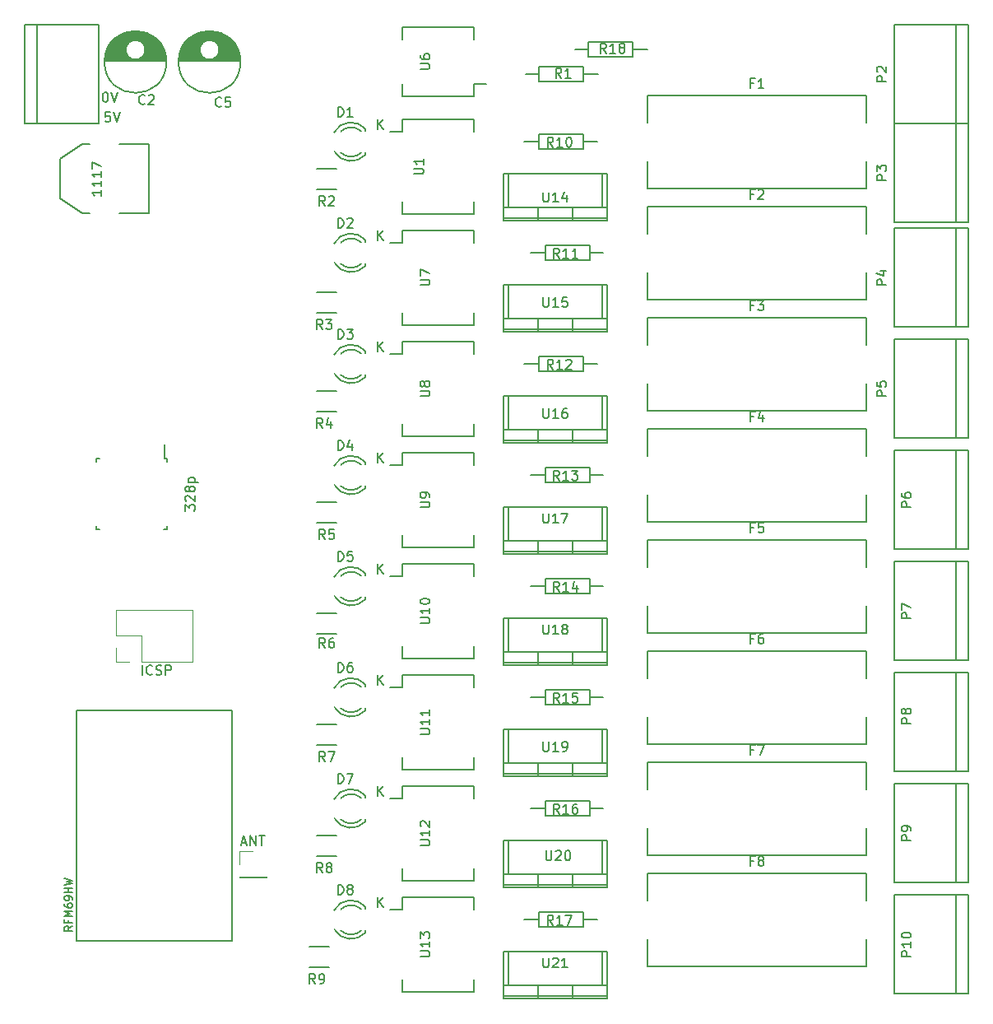
<source format=gto>
G04 #@! TF.FileFunction,Legend,Top*
%FSLAX46Y46*%
G04 Gerber Fmt 4.6, Leading zero omitted, Abs format (unit mm)*
G04 Created by KiCad (PCBNEW 4.0.5-e0-6337~49~ubuntu16.04.1) date Tue Jan 17 09:06:28 2017*
%MOMM*%
%LPD*%
G01*
G04 APERTURE LIST*
%ADD10C,0.100000*%
%ADD11C,0.150000*%
%ADD12C,0.120000*%
%ADD13C,0.160000*%
G04 APERTURE END LIST*
D10*
D11*
X53371809Y-46950381D02*
X53467048Y-46950381D01*
X53562286Y-46998000D01*
X53609905Y-47045619D01*
X53657524Y-47140857D01*
X53705143Y-47331333D01*
X53705143Y-47569429D01*
X53657524Y-47759905D01*
X53609905Y-47855143D01*
X53562286Y-47902762D01*
X53467048Y-47950381D01*
X53371809Y-47950381D01*
X53276571Y-47902762D01*
X53228952Y-47855143D01*
X53181333Y-47759905D01*
X53133714Y-47569429D01*
X53133714Y-47331333D01*
X53181333Y-47140857D01*
X53228952Y-47045619D01*
X53276571Y-46998000D01*
X53371809Y-46950381D01*
X53990857Y-46950381D02*
X54324190Y-47950381D01*
X54657524Y-46950381D01*
X140970000Y-40005000D02*
X140970000Y-50165000D01*
X142240000Y-40005000D02*
X134620000Y-40005000D01*
X134620000Y-40005000D02*
X134620000Y-50165000D01*
X134620000Y-50165000D02*
X142240000Y-50165000D01*
X142240000Y-50165000D02*
X142240000Y-40005000D01*
X140970000Y-50165000D02*
X140970000Y-60325000D01*
X142240000Y-50165000D02*
X134620000Y-50165000D01*
X134620000Y-50165000D02*
X134620000Y-60325000D01*
X134620000Y-60325000D02*
X142240000Y-60325000D01*
X142240000Y-60325000D02*
X142240000Y-50165000D01*
X140970000Y-60960000D02*
X140970000Y-71120000D01*
X142240000Y-60960000D02*
X134620000Y-60960000D01*
X134620000Y-60960000D02*
X134620000Y-71120000D01*
X134620000Y-71120000D02*
X142240000Y-71120000D01*
X142240000Y-71120000D02*
X142240000Y-60960000D01*
X140970000Y-72390000D02*
X140970000Y-82550000D01*
X142240000Y-72390000D02*
X134620000Y-72390000D01*
X134620000Y-72390000D02*
X134620000Y-82550000D01*
X134620000Y-82550000D02*
X142240000Y-82550000D01*
X142240000Y-82550000D02*
X142240000Y-72390000D01*
X140970000Y-83820000D02*
X140970000Y-93980000D01*
X142240000Y-83820000D02*
X134620000Y-83820000D01*
X134620000Y-83820000D02*
X134620000Y-93980000D01*
X134620000Y-93980000D02*
X142240000Y-93980000D01*
X142240000Y-93980000D02*
X142240000Y-83820000D01*
X140970000Y-95250000D02*
X140970000Y-105410000D01*
X142240000Y-95250000D02*
X134620000Y-95250000D01*
X134620000Y-95250000D02*
X134620000Y-105410000D01*
X134620000Y-105410000D02*
X142240000Y-105410000D01*
X142240000Y-105410000D02*
X142240000Y-95250000D01*
X140970000Y-106680000D02*
X140970000Y-116840000D01*
X142240000Y-106680000D02*
X134620000Y-106680000D01*
X134620000Y-106680000D02*
X134620000Y-116840000D01*
X134620000Y-116840000D02*
X142240000Y-116840000D01*
X142240000Y-116840000D02*
X142240000Y-106680000D01*
X140970000Y-118110000D02*
X140970000Y-128270000D01*
X142240000Y-118110000D02*
X134620000Y-118110000D01*
X134620000Y-118110000D02*
X134620000Y-128270000D01*
X134620000Y-128270000D02*
X142240000Y-128270000D01*
X142240000Y-128270000D02*
X142240000Y-118110000D01*
X140970000Y-129540000D02*
X140970000Y-139700000D01*
X142240000Y-129540000D02*
X134620000Y-129540000D01*
X134620000Y-129540000D02*
X134620000Y-139700000D01*
X134620000Y-139700000D02*
X142240000Y-139700000D01*
X142240000Y-139700000D02*
X142240000Y-129540000D01*
X91305000Y-47380000D02*
X91305000Y-46110000D01*
X83955000Y-47380000D02*
X83955000Y-46110000D01*
X83955000Y-40250000D02*
X83955000Y-41520000D01*
X91305000Y-40250000D02*
X91305000Y-41520000D01*
X91305000Y-47380000D02*
X83955000Y-47380000D01*
X91305000Y-40250000D02*
X83955000Y-40250000D01*
X91305000Y-46110000D02*
X92590000Y-46110000D01*
X83955000Y-49775000D02*
X83955000Y-51045000D01*
X91305000Y-49775000D02*
X91305000Y-51045000D01*
X91305000Y-59445000D02*
X91305000Y-58175000D01*
X83955000Y-59445000D02*
X83955000Y-58175000D01*
X83955000Y-49775000D02*
X91305000Y-49775000D01*
X83955000Y-59445000D02*
X91305000Y-59445000D01*
X83955000Y-51045000D02*
X82670000Y-51045000D01*
X83955000Y-61205000D02*
X83955000Y-62475000D01*
X91305000Y-61205000D02*
X91305000Y-62475000D01*
X91305000Y-70875000D02*
X91305000Y-69605000D01*
X83955000Y-70875000D02*
X83955000Y-69605000D01*
X83955000Y-61205000D02*
X91305000Y-61205000D01*
X83955000Y-70875000D02*
X91305000Y-70875000D01*
X83955000Y-62475000D02*
X82670000Y-62475000D01*
X83955000Y-72635000D02*
X83955000Y-73905000D01*
X91305000Y-72635000D02*
X91305000Y-73905000D01*
X91305000Y-82305000D02*
X91305000Y-81035000D01*
X83955000Y-82305000D02*
X83955000Y-81035000D01*
X83955000Y-72635000D02*
X91305000Y-72635000D01*
X83955000Y-82305000D02*
X91305000Y-82305000D01*
X83955000Y-73905000D02*
X82670000Y-73905000D01*
X83955000Y-84065000D02*
X83955000Y-85335000D01*
X91305000Y-84065000D02*
X91305000Y-85335000D01*
X91305000Y-93735000D02*
X91305000Y-92465000D01*
X83955000Y-93735000D02*
X83955000Y-92465000D01*
X83955000Y-84065000D02*
X91305000Y-84065000D01*
X83955000Y-93735000D02*
X91305000Y-93735000D01*
X83955000Y-85335000D02*
X82670000Y-85335000D01*
X83955000Y-95495000D02*
X83955000Y-96765000D01*
X91305000Y-95495000D02*
X91305000Y-96765000D01*
X91305000Y-105165000D02*
X91305000Y-103895000D01*
X83955000Y-105165000D02*
X83955000Y-103895000D01*
X83955000Y-95495000D02*
X91305000Y-95495000D01*
X83955000Y-105165000D02*
X91305000Y-105165000D01*
X83955000Y-96765000D02*
X82670000Y-96765000D01*
X83955000Y-106925000D02*
X83955000Y-108195000D01*
X91305000Y-106925000D02*
X91305000Y-108195000D01*
X91305000Y-116595000D02*
X91305000Y-115325000D01*
X83955000Y-116595000D02*
X83955000Y-115325000D01*
X83955000Y-106925000D02*
X91305000Y-106925000D01*
X83955000Y-116595000D02*
X91305000Y-116595000D01*
X83955000Y-108195000D02*
X82670000Y-108195000D01*
X83955000Y-118355000D02*
X83955000Y-119625000D01*
X91305000Y-118355000D02*
X91305000Y-119625000D01*
X91305000Y-128025000D02*
X91305000Y-126755000D01*
X83955000Y-128025000D02*
X83955000Y-126755000D01*
X83955000Y-118355000D02*
X91305000Y-118355000D01*
X83955000Y-128025000D02*
X91305000Y-128025000D01*
X83955000Y-119625000D02*
X82670000Y-119625000D01*
X83955000Y-129785000D02*
X83955000Y-131055000D01*
X91305000Y-129785000D02*
X91305000Y-131055000D01*
X91305000Y-139455000D02*
X91305000Y-138185000D01*
X83955000Y-139455000D02*
X83955000Y-138185000D01*
X83955000Y-129785000D02*
X91305000Y-129785000D01*
X83955000Y-139455000D02*
X91305000Y-139455000D01*
X83955000Y-131055000D02*
X82670000Y-131055000D01*
X94869000Y-58801000D02*
X94869000Y-55372000D01*
X104521000Y-58801000D02*
X104521000Y-55372000D01*
X94361000Y-59944000D02*
X105029000Y-59944000D01*
X97917000Y-58928000D02*
X97917000Y-60198000D01*
X101473000Y-58928000D02*
X101473000Y-60198000D01*
X105029000Y-58801000D02*
X94361000Y-58801000D01*
X94361000Y-55372000D02*
X105029000Y-55372000D01*
X105029000Y-60198000D02*
X105029000Y-55372000D01*
X94361000Y-60198000D02*
X94361000Y-55372000D01*
X94361000Y-60198000D02*
X105029000Y-60198000D01*
X94869000Y-70231000D02*
X94869000Y-66802000D01*
X104521000Y-70231000D02*
X104521000Y-66802000D01*
X94361000Y-71374000D02*
X105029000Y-71374000D01*
X97917000Y-70358000D02*
X97917000Y-71628000D01*
X101473000Y-70358000D02*
X101473000Y-71628000D01*
X105029000Y-70231000D02*
X94361000Y-70231000D01*
X94361000Y-66802000D02*
X105029000Y-66802000D01*
X105029000Y-71628000D02*
X105029000Y-66802000D01*
X94361000Y-71628000D02*
X94361000Y-66802000D01*
X94361000Y-71628000D02*
X105029000Y-71628000D01*
X94869000Y-81661000D02*
X94869000Y-78232000D01*
X104521000Y-81661000D02*
X104521000Y-78232000D01*
X94361000Y-82804000D02*
X105029000Y-82804000D01*
X97917000Y-81788000D02*
X97917000Y-83058000D01*
X101473000Y-81788000D02*
X101473000Y-83058000D01*
X105029000Y-81661000D02*
X94361000Y-81661000D01*
X94361000Y-78232000D02*
X105029000Y-78232000D01*
X105029000Y-83058000D02*
X105029000Y-78232000D01*
X94361000Y-83058000D02*
X94361000Y-78232000D01*
X94361000Y-83058000D02*
X105029000Y-83058000D01*
X94869000Y-93091000D02*
X94869000Y-89662000D01*
X104521000Y-93091000D02*
X104521000Y-89662000D01*
X94361000Y-94234000D02*
X105029000Y-94234000D01*
X97917000Y-93218000D02*
X97917000Y-94488000D01*
X101473000Y-93218000D02*
X101473000Y-94488000D01*
X105029000Y-93091000D02*
X94361000Y-93091000D01*
X94361000Y-89662000D02*
X105029000Y-89662000D01*
X105029000Y-94488000D02*
X105029000Y-89662000D01*
X94361000Y-94488000D02*
X94361000Y-89662000D01*
X94361000Y-94488000D02*
X105029000Y-94488000D01*
X94869000Y-104521000D02*
X94869000Y-101092000D01*
X104521000Y-104521000D02*
X104521000Y-101092000D01*
X94361000Y-105664000D02*
X105029000Y-105664000D01*
X97917000Y-104648000D02*
X97917000Y-105918000D01*
X101473000Y-104648000D02*
X101473000Y-105918000D01*
X105029000Y-104521000D02*
X94361000Y-104521000D01*
X94361000Y-101092000D02*
X105029000Y-101092000D01*
X105029000Y-105918000D02*
X105029000Y-101092000D01*
X94361000Y-105918000D02*
X94361000Y-101092000D01*
X94361000Y-105918000D02*
X105029000Y-105918000D01*
X94869000Y-115951000D02*
X94869000Y-112522000D01*
X104521000Y-115951000D02*
X104521000Y-112522000D01*
X94361000Y-117094000D02*
X105029000Y-117094000D01*
X97917000Y-116078000D02*
X97917000Y-117348000D01*
X101473000Y-116078000D02*
X101473000Y-117348000D01*
X105029000Y-115951000D02*
X94361000Y-115951000D01*
X94361000Y-112522000D02*
X105029000Y-112522000D01*
X105029000Y-117348000D02*
X105029000Y-112522000D01*
X94361000Y-117348000D02*
X94361000Y-112522000D01*
X94361000Y-117348000D02*
X105029000Y-117348000D01*
X94869000Y-127381000D02*
X94869000Y-123952000D01*
X104521000Y-127381000D02*
X104521000Y-123952000D01*
X94361000Y-128524000D02*
X105029000Y-128524000D01*
X97917000Y-127508000D02*
X97917000Y-128778000D01*
X101473000Y-127508000D02*
X101473000Y-128778000D01*
X105029000Y-127381000D02*
X94361000Y-127381000D01*
X94361000Y-123952000D02*
X105029000Y-123952000D01*
X105029000Y-128778000D02*
X105029000Y-123952000D01*
X94361000Y-128778000D02*
X94361000Y-123952000D01*
X94361000Y-128778000D02*
X105029000Y-128778000D01*
X94869000Y-138811000D02*
X94869000Y-135382000D01*
X104521000Y-138811000D02*
X104521000Y-135382000D01*
X94361000Y-139954000D02*
X105029000Y-139954000D01*
X97917000Y-138938000D02*
X97917000Y-140208000D01*
X101473000Y-138938000D02*
X101473000Y-140208000D01*
X105029000Y-138811000D02*
X94361000Y-138811000D01*
X94361000Y-135382000D02*
X105029000Y-135382000D01*
X105029000Y-140208000D02*
X105029000Y-135382000D01*
X94361000Y-140208000D02*
X94361000Y-135382000D01*
X94361000Y-140208000D02*
X105029000Y-140208000D01*
X53366000Y-43760000D02*
X59664000Y-43760000D01*
X53372000Y-43620000D02*
X59658000Y-43620000D01*
X53385000Y-43480000D02*
X56069000Y-43480000D01*
X56961000Y-43480000D02*
X59645000Y-43480000D01*
X53404000Y-43340000D02*
X55859000Y-43340000D01*
X57171000Y-43340000D02*
X59626000Y-43340000D01*
X53430000Y-43200000D02*
X55726000Y-43200000D01*
X57304000Y-43200000D02*
X59600000Y-43200000D01*
X53462000Y-43060000D02*
X55635000Y-43060000D01*
X57395000Y-43060000D02*
X59568000Y-43060000D01*
X53501000Y-42920000D02*
X55573000Y-42920000D01*
X57457000Y-42920000D02*
X59529000Y-42920000D01*
X53547000Y-42780000D02*
X55534000Y-42780000D01*
X57496000Y-42780000D02*
X59483000Y-42780000D01*
X53600000Y-42640000D02*
X55517000Y-42640000D01*
X57513000Y-42640000D02*
X59430000Y-42640000D01*
X53662000Y-42500000D02*
X55519000Y-42500000D01*
X57511000Y-42500000D02*
X59368000Y-42500000D01*
X53732000Y-42360000D02*
X55541000Y-42360000D01*
X57489000Y-42360000D02*
X59298000Y-42360000D01*
X53811000Y-42220000D02*
X55584000Y-42220000D01*
X57446000Y-42220000D02*
X59219000Y-42220000D01*
X53899000Y-42080000D02*
X55652000Y-42080000D01*
X57378000Y-42080000D02*
X59131000Y-42080000D01*
X53999000Y-41940000D02*
X55751000Y-41940000D01*
X57279000Y-41940000D02*
X59031000Y-41940000D01*
X54111000Y-41800000D02*
X55896000Y-41800000D01*
X57134000Y-41800000D02*
X58919000Y-41800000D01*
X54236000Y-41660000D02*
X56135000Y-41660000D01*
X56895000Y-41660000D02*
X58794000Y-41660000D01*
X54379000Y-41520000D02*
X58651000Y-41520000D01*
X54541000Y-41380000D02*
X58489000Y-41380000D01*
X54729000Y-41240000D02*
X58301000Y-41240000D01*
X54952000Y-41100000D02*
X58078000Y-41100000D01*
X55228000Y-40960000D02*
X57802000Y-40960000D01*
X55603000Y-40820000D02*
X57427000Y-40820000D01*
X57515000Y-42585000D02*
G75*
G03X57515000Y-42585000I-1000000J0D01*
G01*
X59702500Y-43835000D02*
G75*
G03X59702500Y-43835000I-3187500J0D01*
G01*
X60986000Y-43760000D02*
X67284000Y-43760000D01*
X60992000Y-43620000D02*
X67278000Y-43620000D01*
X61005000Y-43480000D02*
X63689000Y-43480000D01*
X64581000Y-43480000D02*
X67265000Y-43480000D01*
X61024000Y-43340000D02*
X63479000Y-43340000D01*
X64791000Y-43340000D02*
X67246000Y-43340000D01*
X61050000Y-43200000D02*
X63346000Y-43200000D01*
X64924000Y-43200000D02*
X67220000Y-43200000D01*
X61082000Y-43060000D02*
X63255000Y-43060000D01*
X65015000Y-43060000D02*
X67188000Y-43060000D01*
X61121000Y-42920000D02*
X63193000Y-42920000D01*
X65077000Y-42920000D02*
X67149000Y-42920000D01*
X61167000Y-42780000D02*
X63154000Y-42780000D01*
X65116000Y-42780000D02*
X67103000Y-42780000D01*
X61220000Y-42640000D02*
X63137000Y-42640000D01*
X65133000Y-42640000D02*
X67050000Y-42640000D01*
X61282000Y-42500000D02*
X63139000Y-42500000D01*
X65131000Y-42500000D02*
X66988000Y-42500000D01*
X61352000Y-42360000D02*
X63161000Y-42360000D01*
X65109000Y-42360000D02*
X66918000Y-42360000D01*
X61431000Y-42220000D02*
X63204000Y-42220000D01*
X65066000Y-42220000D02*
X66839000Y-42220000D01*
X61519000Y-42080000D02*
X63272000Y-42080000D01*
X64998000Y-42080000D02*
X66751000Y-42080000D01*
X61619000Y-41940000D02*
X63371000Y-41940000D01*
X64899000Y-41940000D02*
X66651000Y-41940000D01*
X61731000Y-41800000D02*
X63516000Y-41800000D01*
X64754000Y-41800000D02*
X66539000Y-41800000D01*
X61856000Y-41660000D02*
X63755000Y-41660000D01*
X64515000Y-41660000D02*
X66414000Y-41660000D01*
X61999000Y-41520000D02*
X66271000Y-41520000D01*
X62161000Y-41380000D02*
X66109000Y-41380000D01*
X62349000Y-41240000D02*
X65921000Y-41240000D01*
X62572000Y-41100000D02*
X65698000Y-41100000D01*
X62848000Y-40960000D02*
X65422000Y-40960000D01*
X63223000Y-40820000D02*
X65047000Y-40820000D01*
X65135000Y-42585000D02*
G75*
G03X65135000Y-42585000I-1000000J0D01*
G01*
X67322500Y-43835000D02*
G75*
G03X67322500Y-43835000I-3187500J0D01*
G01*
X46355000Y-50165000D02*
X46355000Y-40005000D01*
X45085000Y-50165000D02*
X52705000Y-50165000D01*
X52705000Y-50165000D02*
X52705000Y-40005000D01*
X52705000Y-40005000D02*
X45085000Y-40005000D01*
X45085000Y-40005000D02*
X45085000Y-50165000D01*
X54864000Y-59436000D02*
X57912000Y-59436000D01*
X57912000Y-59436000D02*
X57912000Y-52324000D01*
X57912000Y-52324000D02*
X54864000Y-52324000D01*
X51816000Y-59436000D02*
X51054000Y-59436000D01*
X51054000Y-59436000D02*
X48768000Y-57912000D01*
X48768000Y-57912000D02*
X48768000Y-53848000D01*
X48768000Y-53848000D02*
X51054000Y-52324000D01*
X51054000Y-52324000D02*
X51816000Y-52324000D01*
X131720000Y-56870000D02*
X131720000Y-54070000D01*
X131720000Y-50070000D02*
X131720000Y-47270000D01*
X109220000Y-50070000D02*
X109220000Y-47270000D01*
X109220000Y-47270000D02*
X131720000Y-47270000D01*
X109220000Y-56870000D02*
X131720000Y-56870000D01*
X109220000Y-56870000D02*
X109220000Y-54070000D01*
X131720000Y-68300000D02*
X131720000Y-65500000D01*
X131720000Y-61500000D02*
X131720000Y-58700000D01*
X109220000Y-61500000D02*
X109220000Y-58700000D01*
X109220000Y-58700000D02*
X131720000Y-58700000D01*
X109220000Y-68300000D02*
X131720000Y-68300000D01*
X109220000Y-68300000D02*
X109220000Y-65500000D01*
X131720000Y-79730000D02*
X131720000Y-76930000D01*
X131720000Y-72930000D02*
X131720000Y-70130000D01*
X109220000Y-72930000D02*
X109220000Y-70130000D01*
X109220000Y-70130000D02*
X131720000Y-70130000D01*
X109220000Y-79730000D02*
X131720000Y-79730000D01*
X109220000Y-79730000D02*
X109220000Y-76930000D01*
X131720000Y-91160000D02*
X131720000Y-88360000D01*
X131720000Y-84360000D02*
X131720000Y-81560000D01*
X109220000Y-84360000D02*
X109220000Y-81560000D01*
X109220000Y-81560000D02*
X131720000Y-81560000D01*
X109220000Y-91160000D02*
X131720000Y-91160000D01*
X109220000Y-91160000D02*
X109220000Y-88360000D01*
X131720000Y-102590000D02*
X131720000Y-99790000D01*
X131720000Y-95790000D02*
X131720000Y-92990000D01*
X109220000Y-95790000D02*
X109220000Y-92990000D01*
X109220000Y-92990000D02*
X131720000Y-92990000D01*
X109220000Y-102590000D02*
X131720000Y-102590000D01*
X109220000Y-102590000D02*
X109220000Y-99790000D01*
X131720000Y-114020000D02*
X131720000Y-111220000D01*
X131720000Y-107220000D02*
X131720000Y-104420000D01*
X109220000Y-107220000D02*
X109220000Y-104420000D01*
X109220000Y-104420000D02*
X131720000Y-104420000D01*
X109220000Y-114020000D02*
X131720000Y-114020000D01*
X109220000Y-114020000D02*
X109220000Y-111220000D01*
X131720000Y-125450000D02*
X131720000Y-122650000D01*
X131720000Y-118650000D02*
X131720000Y-115850000D01*
X109220000Y-118650000D02*
X109220000Y-115850000D01*
X109220000Y-115850000D02*
X131720000Y-115850000D01*
X109220000Y-125450000D02*
X131720000Y-125450000D01*
X109220000Y-125450000D02*
X109220000Y-122650000D01*
X131720000Y-136880000D02*
X131720000Y-134080000D01*
X131720000Y-130080000D02*
X131720000Y-127280000D01*
X109220000Y-130080000D02*
X109220000Y-127280000D01*
X109220000Y-127280000D02*
X131720000Y-127280000D01*
X109220000Y-136880000D02*
X131720000Y-136880000D01*
X109220000Y-136880000D02*
X109220000Y-134080000D01*
X80209000Y-50756000D02*
X80209000Y-50956000D01*
X80209000Y-53350000D02*
X80209000Y-53170000D01*
X76981256Y-53039643D02*
G75*
G03X80209000Y-53356000I1727744J1003643D01*
G01*
X77656994Y-53169068D02*
G75*
G03X79760000Y-53170000I1052006J1133068D01*
G01*
X80196220Y-50729274D02*
G75*
G03X76959000Y-51076000I-1497220J-1306726D01*
G01*
X79722889Y-50956747D02*
G75*
G03X77675000Y-50976000I-1013889J-1079253D01*
G01*
X80209000Y-62186000D02*
X80209000Y-62386000D01*
X80209000Y-64780000D02*
X80209000Y-64600000D01*
X76981256Y-64469643D02*
G75*
G03X80209000Y-64786000I1727744J1003643D01*
G01*
X77656994Y-64599068D02*
G75*
G03X79760000Y-64600000I1052006J1133068D01*
G01*
X80196220Y-62159274D02*
G75*
G03X76959000Y-62506000I-1497220J-1306726D01*
G01*
X79722889Y-62386747D02*
G75*
G03X77675000Y-62406000I-1013889J-1079253D01*
G01*
X80209000Y-73616000D02*
X80209000Y-73816000D01*
X80209000Y-76210000D02*
X80209000Y-76030000D01*
X76981256Y-75899643D02*
G75*
G03X80209000Y-76216000I1727744J1003643D01*
G01*
X77656994Y-76029068D02*
G75*
G03X79760000Y-76030000I1052006J1133068D01*
G01*
X80196220Y-73589274D02*
G75*
G03X76959000Y-73936000I-1497220J-1306726D01*
G01*
X79722889Y-73816747D02*
G75*
G03X77675000Y-73836000I-1013889J-1079253D01*
G01*
X80209000Y-85046000D02*
X80209000Y-85246000D01*
X80209000Y-87640000D02*
X80209000Y-87460000D01*
X76981256Y-87329643D02*
G75*
G03X80209000Y-87646000I1727744J1003643D01*
G01*
X77656994Y-87459068D02*
G75*
G03X79760000Y-87460000I1052006J1133068D01*
G01*
X80196220Y-85019274D02*
G75*
G03X76959000Y-85366000I-1497220J-1306726D01*
G01*
X79722889Y-85246747D02*
G75*
G03X77675000Y-85266000I-1013889J-1079253D01*
G01*
X80209000Y-96476000D02*
X80209000Y-96676000D01*
X80209000Y-99070000D02*
X80209000Y-98890000D01*
X76981256Y-98759643D02*
G75*
G03X80209000Y-99076000I1727744J1003643D01*
G01*
X77656994Y-98889068D02*
G75*
G03X79760000Y-98890000I1052006J1133068D01*
G01*
X80196220Y-96449274D02*
G75*
G03X76959000Y-96796000I-1497220J-1306726D01*
G01*
X79722889Y-96676747D02*
G75*
G03X77675000Y-96696000I-1013889J-1079253D01*
G01*
X80209000Y-107906000D02*
X80209000Y-108106000D01*
X80209000Y-110500000D02*
X80209000Y-110320000D01*
X76981256Y-110189643D02*
G75*
G03X80209000Y-110506000I1727744J1003643D01*
G01*
X77656994Y-110319068D02*
G75*
G03X79760000Y-110320000I1052006J1133068D01*
G01*
X80196220Y-107879274D02*
G75*
G03X76959000Y-108226000I-1497220J-1306726D01*
G01*
X79722889Y-108106747D02*
G75*
G03X77675000Y-108126000I-1013889J-1079253D01*
G01*
X80209000Y-119336000D02*
X80209000Y-119536000D01*
X80209000Y-121930000D02*
X80209000Y-121750000D01*
X76981256Y-121619643D02*
G75*
G03X80209000Y-121936000I1727744J1003643D01*
G01*
X77656994Y-121749068D02*
G75*
G03X79760000Y-121750000I1052006J1133068D01*
G01*
X80196220Y-119309274D02*
G75*
G03X76959000Y-119656000I-1497220J-1306726D01*
G01*
X79722889Y-119536747D02*
G75*
G03X77675000Y-119556000I-1013889J-1079253D01*
G01*
X80209000Y-130766000D02*
X80209000Y-130966000D01*
X80209000Y-133360000D02*
X80209000Y-133180000D01*
X76981256Y-133049643D02*
G75*
G03X80209000Y-133366000I1727744J1003643D01*
G01*
X77656994Y-133179068D02*
G75*
G03X79760000Y-133180000I1052006J1133068D01*
G01*
X80196220Y-130739274D02*
G75*
G03X76959000Y-131086000I-1497220J-1306726D01*
G01*
X79722889Y-130966747D02*
G75*
G03X77675000Y-130986000I-1013889J-1079253D01*
G01*
X59759000Y-84640000D02*
X59534000Y-84640000D01*
X59759000Y-91890000D02*
X59434000Y-91890000D01*
X52509000Y-91890000D02*
X52834000Y-91890000D01*
X52509000Y-84640000D02*
X52834000Y-84640000D01*
X59759000Y-84640000D02*
X59759000Y-84965000D01*
X52509000Y-84640000D02*
X52509000Y-84965000D01*
X52509000Y-91890000D02*
X52509000Y-91565000D01*
X59759000Y-91890000D02*
X59759000Y-91565000D01*
X59534000Y-84640000D02*
X59534000Y-83215000D01*
D12*
X67190000Y-127635000D02*
X67190000Y-127755000D01*
X67190000Y-127755000D02*
X69970000Y-127755000D01*
X69970000Y-127755000D02*
X69970000Y-127635000D01*
X69970000Y-127635000D02*
X67190000Y-127635000D01*
X67190000Y-126365000D02*
X67190000Y-124975000D01*
X67190000Y-124975000D02*
X68580000Y-124975000D01*
D11*
X77200000Y-56955000D02*
X75200000Y-56955000D01*
X75200000Y-54805000D02*
X77200000Y-54805000D01*
X77200000Y-69655000D02*
X75200000Y-69655000D01*
X75200000Y-67505000D02*
X77200000Y-67505000D01*
X77200000Y-79815000D02*
X75200000Y-79815000D01*
X75200000Y-77665000D02*
X77200000Y-77665000D01*
X77200000Y-91245000D02*
X75200000Y-91245000D01*
X75200000Y-89095000D02*
X77200000Y-89095000D01*
X77200000Y-102675000D02*
X75200000Y-102675000D01*
X75200000Y-100525000D02*
X77200000Y-100525000D01*
X77200000Y-114105000D02*
X75200000Y-114105000D01*
X75200000Y-111955000D02*
X77200000Y-111955000D01*
X77200000Y-125535000D02*
X75200000Y-125535000D01*
X75200000Y-123385000D02*
X77200000Y-123385000D01*
X76438000Y-136965000D02*
X74438000Y-136965000D01*
X74438000Y-134815000D02*
X76438000Y-134815000D01*
X66435000Y-134210000D02*
X50435000Y-134210000D01*
X66435000Y-110510000D02*
X66435000Y-134210000D01*
X50435000Y-110510000D02*
X66435000Y-110510000D01*
X50435000Y-134210000D02*
X50435000Y-110510000D01*
X98043480Y-45087540D02*
X96646480Y-45087540D01*
X102615480Y-45087540D02*
X104139480Y-45087540D01*
X102615480Y-45087540D02*
X102615480Y-44325540D01*
X102615480Y-44325540D02*
X98043480Y-44325540D01*
X98043480Y-44325540D02*
X98043480Y-45849540D01*
X98043480Y-45849540D02*
X102615480Y-45849540D01*
X102615480Y-45849540D02*
X102615480Y-45087540D01*
X102616520Y-52067460D02*
X104013520Y-52067460D01*
X98044520Y-52067460D02*
X96520520Y-52067460D01*
X98044520Y-52067460D02*
X98044520Y-52829460D01*
X98044520Y-52829460D02*
X102616520Y-52829460D01*
X102616520Y-52829460D02*
X102616520Y-51305460D01*
X102616520Y-51305460D02*
X98044520Y-51305460D01*
X98044520Y-51305460D02*
X98044520Y-52067460D01*
X103251520Y-63497460D02*
X104648520Y-63497460D01*
X98679520Y-63497460D02*
X97155520Y-63497460D01*
X98679520Y-63497460D02*
X98679520Y-64259460D01*
X98679520Y-64259460D02*
X103251520Y-64259460D01*
X103251520Y-64259460D02*
X103251520Y-62735460D01*
X103251520Y-62735460D02*
X98679520Y-62735460D01*
X98679520Y-62735460D02*
X98679520Y-63497460D01*
X102616520Y-74927460D02*
X104013520Y-74927460D01*
X98044520Y-74927460D02*
X96520520Y-74927460D01*
X98044520Y-74927460D02*
X98044520Y-75689460D01*
X98044520Y-75689460D02*
X102616520Y-75689460D01*
X102616520Y-75689460D02*
X102616520Y-74165460D01*
X102616520Y-74165460D02*
X98044520Y-74165460D01*
X98044520Y-74165460D02*
X98044520Y-74927460D01*
X103251520Y-86357460D02*
X104648520Y-86357460D01*
X98679520Y-86357460D02*
X97155520Y-86357460D01*
X98679520Y-86357460D02*
X98679520Y-87119460D01*
X98679520Y-87119460D02*
X103251520Y-87119460D01*
X103251520Y-87119460D02*
X103251520Y-85595460D01*
X103251520Y-85595460D02*
X98679520Y-85595460D01*
X98679520Y-85595460D02*
X98679520Y-86357460D01*
X103251520Y-97787460D02*
X104648520Y-97787460D01*
X98679520Y-97787460D02*
X97155520Y-97787460D01*
X98679520Y-97787460D02*
X98679520Y-98549460D01*
X98679520Y-98549460D02*
X103251520Y-98549460D01*
X103251520Y-98549460D02*
X103251520Y-97025460D01*
X103251520Y-97025460D02*
X98679520Y-97025460D01*
X98679520Y-97025460D02*
X98679520Y-97787460D01*
X103251520Y-109217460D02*
X104648520Y-109217460D01*
X98679520Y-109217460D02*
X97155520Y-109217460D01*
X98679520Y-109217460D02*
X98679520Y-109979460D01*
X98679520Y-109979460D02*
X103251520Y-109979460D01*
X103251520Y-109979460D02*
X103251520Y-108455460D01*
X103251520Y-108455460D02*
X98679520Y-108455460D01*
X98679520Y-108455460D02*
X98679520Y-109217460D01*
X103251520Y-120647460D02*
X104648520Y-120647460D01*
X98679520Y-120647460D02*
X97155520Y-120647460D01*
X98679520Y-120647460D02*
X98679520Y-121409460D01*
X98679520Y-121409460D02*
X103251520Y-121409460D01*
X103251520Y-121409460D02*
X103251520Y-119885460D01*
X103251520Y-119885460D02*
X98679520Y-119885460D01*
X98679520Y-119885460D02*
X98679520Y-120647460D01*
X102616520Y-132077460D02*
X104013520Y-132077460D01*
X98044520Y-132077460D02*
X96520520Y-132077460D01*
X98044520Y-132077460D02*
X98044520Y-132839460D01*
X98044520Y-132839460D02*
X102616520Y-132839460D01*
X102616520Y-132839460D02*
X102616520Y-131315460D01*
X102616520Y-131315460D02*
X98044520Y-131315460D01*
X98044520Y-131315460D02*
X98044520Y-132077460D01*
X103123480Y-42547540D02*
X101726480Y-42547540D01*
X107695480Y-42547540D02*
X109219480Y-42547540D01*
X107695480Y-42547540D02*
X107695480Y-41785540D01*
X107695480Y-41785540D02*
X103123480Y-41785540D01*
X103123480Y-41785540D02*
X103123480Y-43309540D01*
X103123480Y-43309540D02*
X107695480Y-43309540D01*
X107695480Y-43309540D02*
X107695480Y-42547540D01*
D12*
X57150000Y-105530000D02*
X62350000Y-105530000D01*
X62350000Y-105530000D02*
X62350000Y-100210000D01*
X62350000Y-100210000D02*
X54490000Y-100210000D01*
X54490000Y-100210000D02*
X54490000Y-102870000D01*
X54490000Y-102870000D02*
X57150000Y-102870000D01*
X57150000Y-102870000D02*
X57150000Y-105530000D01*
X55880000Y-105530000D02*
X54490000Y-105530000D01*
X54490000Y-105530000D02*
X54490000Y-104140000D01*
D11*
X133802381Y-45823095D02*
X132802381Y-45823095D01*
X132802381Y-45442142D01*
X132850000Y-45346904D01*
X132897619Y-45299285D01*
X132992857Y-45251666D01*
X133135714Y-45251666D01*
X133230952Y-45299285D01*
X133278571Y-45346904D01*
X133326190Y-45442142D01*
X133326190Y-45823095D01*
X132897619Y-44870714D02*
X132850000Y-44823095D01*
X132802381Y-44727857D01*
X132802381Y-44489761D01*
X132850000Y-44394523D01*
X132897619Y-44346904D01*
X132992857Y-44299285D01*
X133088095Y-44299285D01*
X133230952Y-44346904D01*
X133802381Y-44918333D01*
X133802381Y-44299285D01*
X133802381Y-55983095D02*
X132802381Y-55983095D01*
X132802381Y-55602142D01*
X132850000Y-55506904D01*
X132897619Y-55459285D01*
X132992857Y-55411666D01*
X133135714Y-55411666D01*
X133230952Y-55459285D01*
X133278571Y-55506904D01*
X133326190Y-55602142D01*
X133326190Y-55983095D01*
X132802381Y-55078333D02*
X132802381Y-54459285D01*
X133183333Y-54792619D01*
X133183333Y-54649761D01*
X133230952Y-54554523D01*
X133278571Y-54506904D01*
X133373810Y-54459285D01*
X133611905Y-54459285D01*
X133707143Y-54506904D01*
X133754762Y-54554523D01*
X133802381Y-54649761D01*
X133802381Y-54935476D01*
X133754762Y-55030714D01*
X133707143Y-55078333D01*
X133802381Y-66778095D02*
X132802381Y-66778095D01*
X132802381Y-66397142D01*
X132850000Y-66301904D01*
X132897619Y-66254285D01*
X132992857Y-66206666D01*
X133135714Y-66206666D01*
X133230952Y-66254285D01*
X133278571Y-66301904D01*
X133326190Y-66397142D01*
X133326190Y-66778095D01*
X133135714Y-65349523D02*
X133802381Y-65349523D01*
X132754762Y-65587619D02*
X133469048Y-65825714D01*
X133469048Y-65206666D01*
X133802381Y-78208095D02*
X132802381Y-78208095D01*
X132802381Y-77827142D01*
X132850000Y-77731904D01*
X132897619Y-77684285D01*
X132992857Y-77636666D01*
X133135714Y-77636666D01*
X133230952Y-77684285D01*
X133278571Y-77731904D01*
X133326190Y-77827142D01*
X133326190Y-78208095D01*
X132802381Y-76731904D02*
X132802381Y-77208095D01*
X133278571Y-77255714D01*
X133230952Y-77208095D01*
X133183333Y-77112857D01*
X133183333Y-76874761D01*
X133230952Y-76779523D01*
X133278571Y-76731904D01*
X133373810Y-76684285D01*
X133611905Y-76684285D01*
X133707143Y-76731904D01*
X133754762Y-76779523D01*
X133802381Y-76874761D01*
X133802381Y-77112857D01*
X133754762Y-77208095D01*
X133707143Y-77255714D01*
X136342381Y-89638095D02*
X135342381Y-89638095D01*
X135342381Y-89257142D01*
X135390000Y-89161904D01*
X135437619Y-89114285D01*
X135532857Y-89066666D01*
X135675714Y-89066666D01*
X135770952Y-89114285D01*
X135818571Y-89161904D01*
X135866190Y-89257142D01*
X135866190Y-89638095D01*
X135342381Y-88209523D02*
X135342381Y-88400000D01*
X135390000Y-88495238D01*
X135437619Y-88542857D01*
X135580476Y-88638095D01*
X135770952Y-88685714D01*
X136151905Y-88685714D01*
X136247143Y-88638095D01*
X136294762Y-88590476D01*
X136342381Y-88495238D01*
X136342381Y-88304761D01*
X136294762Y-88209523D01*
X136247143Y-88161904D01*
X136151905Y-88114285D01*
X135913810Y-88114285D01*
X135818571Y-88161904D01*
X135770952Y-88209523D01*
X135723333Y-88304761D01*
X135723333Y-88495238D01*
X135770952Y-88590476D01*
X135818571Y-88638095D01*
X135913810Y-88685714D01*
X136342381Y-101068095D02*
X135342381Y-101068095D01*
X135342381Y-100687142D01*
X135390000Y-100591904D01*
X135437619Y-100544285D01*
X135532857Y-100496666D01*
X135675714Y-100496666D01*
X135770952Y-100544285D01*
X135818571Y-100591904D01*
X135866190Y-100687142D01*
X135866190Y-101068095D01*
X135342381Y-100163333D02*
X135342381Y-99496666D01*
X136342381Y-99925238D01*
X136342381Y-111863095D02*
X135342381Y-111863095D01*
X135342381Y-111482142D01*
X135390000Y-111386904D01*
X135437619Y-111339285D01*
X135532857Y-111291666D01*
X135675714Y-111291666D01*
X135770952Y-111339285D01*
X135818571Y-111386904D01*
X135866190Y-111482142D01*
X135866190Y-111863095D01*
X135770952Y-110720238D02*
X135723333Y-110815476D01*
X135675714Y-110863095D01*
X135580476Y-110910714D01*
X135532857Y-110910714D01*
X135437619Y-110863095D01*
X135390000Y-110815476D01*
X135342381Y-110720238D01*
X135342381Y-110529761D01*
X135390000Y-110434523D01*
X135437619Y-110386904D01*
X135532857Y-110339285D01*
X135580476Y-110339285D01*
X135675714Y-110386904D01*
X135723333Y-110434523D01*
X135770952Y-110529761D01*
X135770952Y-110720238D01*
X135818571Y-110815476D01*
X135866190Y-110863095D01*
X135961429Y-110910714D01*
X136151905Y-110910714D01*
X136247143Y-110863095D01*
X136294762Y-110815476D01*
X136342381Y-110720238D01*
X136342381Y-110529761D01*
X136294762Y-110434523D01*
X136247143Y-110386904D01*
X136151905Y-110339285D01*
X135961429Y-110339285D01*
X135866190Y-110386904D01*
X135818571Y-110434523D01*
X135770952Y-110529761D01*
X136342381Y-123928095D02*
X135342381Y-123928095D01*
X135342381Y-123547142D01*
X135390000Y-123451904D01*
X135437619Y-123404285D01*
X135532857Y-123356666D01*
X135675714Y-123356666D01*
X135770952Y-123404285D01*
X135818571Y-123451904D01*
X135866190Y-123547142D01*
X135866190Y-123928095D01*
X136342381Y-122880476D02*
X136342381Y-122690000D01*
X136294762Y-122594761D01*
X136247143Y-122547142D01*
X136104286Y-122451904D01*
X135913810Y-122404285D01*
X135532857Y-122404285D01*
X135437619Y-122451904D01*
X135390000Y-122499523D01*
X135342381Y-122594761D01*
X135342381Y-122785238D01*
X135390000Y-122880476D01*
X135437619Y-122928095D01*
X135532857Y-122975714D01*
X135770952Y-122975714D01*
X135866190Y-122928095D01*
X135913810Y-122880476D01*
X135961429Y-122785238D01*
X135961429Y-122594761D01*
X135913810Y-122499523D01*
X135866190Y-122451904D01*
X135770952Y-122404285D01*
X136342381Y-135834286D02*
X135342381Y-135834286D01*
X135342381Y-135453333D01*
X135390000Y-135358095D01*
X135437619Y-135310476D01*
X135532857Y-135262857D01*
X135675714Y-135262857D01*
X135770952Y-135310476D01*
X135818571Y-135358095D01*
X135866190Y-135453333D01*
X135866190Y-135834286D01*
X136342381Y-134310476D02*
X136342381Y-134881905D01*
X136342381Y-134596191D02*
X135342381Y-134596191D01*
X135485238Y-134691429D01*
X135580476Y-134786667D01*
X135628095Y-134881905D01*
X135342381Y-133691429D02*
X135342381Y-133596190D01*
X135390000Y-133500952D01*
X135437619Y-133453333D01*
X135532857Y-133405714D01*
X135723333Y-133358095D01*
X135961429Y-133358095D01*
X136151905Y-133405714D01*
X136247143Y-133453333D01*
X136294762Y-133500952D01*
X136342381Y-133596190D01*
X136342381Y-133691429D01*
X136294762Y-133786667D01*
X136247143Y-133834286D01*
X136151905Y-133881905D01*
X135961429Y-133929524D01*
X135723333Y-133929524D01*
X135532857Y-133881905D01*
X135437619Y-133834286D01*
X135390000Y-133786667D01*
X135342381Y-133691429D01*
X85177381Y-55371905D02*
X85986905Y-55371905D01*
X86082143Y-55324286D01*
X86129762Y-55276667D01*
X86177381Y-55181429D01*
X86177381Y-54990952D01*
X86129762Y-54895714D01*
X86082143Y-54848095D01*
X85986905Y-54800476D01*
X85177381Y-54800476D01*
X86177381Y-53800476D02*
X86177381Y-54371905D01*
X86177381Y-54086191D02*
X85177381Y-54086191D01*
X85320238Y-54181429D01*
X85415476Y-54276667D01*
X85463095Y-54371905D01*
X85812381Y-44576905D02*
X86621905Y-44576905D01*
X86717143Y-44529286D01*
X86764762Y-44481667D01*
X86812381Y-44386429D01*
X86812381Y-44195952D01*
X86764762Y-44100714D01*
X86717143Y-44053095D01*
X86621905Y-44005476D01*
X85812381Y-44005476D01*
X85812381Y-43100714D02*
X85812381Y-43291191D01*
X85860000Y-43386429D01*
X85907619Y-43434048D01*
X86050476Y-43529286D01*
X86240952Y-43576905D01*
X86621905Y-43576905D01*
X86717143Y-43529286D01*
X86764762Y-43481667D01*
X86812381Y-43386429D01*
X86812381Y-43195952D01*
X86764762Y-43100714D01*
X86717143Y-43053095D01*
X86621905Y-43005476D01*
X86383810Y-43005476D01*
X86288571Y-43053095D01*
X86240952Y-43100714D01*
X86193333Y-43195952D01*
X86193333Y-43386429D01*
X86240952Y-43481667D01*
X86288571Y-43529286D01*
X86383810Y-43576905D01*
X85812381Y-66801905D02*
X86621905Y-66801905D01*
X86717143Y-66754286D01*
X86764762Y-66706667D01*
X86812381Y-66611429D01*
X86812381Y-66420952D01*
X86764762Y-66325714D01*
X86717143Y-66278095D01*
X86621905Y-66230476D01*
X85812381Y-66230476D01*
X85812381Y-65849524D02*
X85812381Y-65182857D01*
X86812381Y-65611429D01*
X85812381Y-78231905D02*
X86621905Y-78231905D01*
X86717143Y-78184286D01*
X86764762Y-78136667D01*
X86812381Y-78041429D01*
X86812381Y-77850952D01*
X86764762Y-77755714D01*
X86717143Y-77708095D01*
X86621905Y-77660476D01*
X85812381Y-77660476D01*
X86240952Y-77041429D02*
X86193333Y-77136667D01*
X86145714Y-77184286D01*
X86050476Y-77231905D01*
X86002857Y-77231905D01*
X85907619Y-77184286D01*
X85860000Y-77136667D01*
X85812381Y-77041429D01*
X85812381Y-76850952D01*
X85860000Y-76755714D01*
X85907619Y-76708095D01*
X86002857Y-76660476D01*
X86050476Y-76660476D01*
X86145714Y-76708095D01*
X86193333Y-76755714D01*
X86240952Y-76850952D01*
X86240952Y-77041429D01*
X86288571Y-77136667D01*
X86336190Y-77184286D01*
X86431429Y-77231905D01*
X86621905Y-77231905D01*
X86717143Y-77184286D01*
X86764762Y-77136667D01*
X86812381Y-77041429D01*
X86812381Y-76850952D01*
X86764762Y-76755714D01*
X86717143Y-76708095D01*
X86621905Y-76660476D01*
X86431429Y-76660476D01*
X86336190Y-76708095D01*
X86288571Y-76755714D01*
X86240952Y-76850952D01*
X85812381Y-89661905D02*
X86621905Y-89661905D01*
X86717143Y-89614286D01*
X86764762Y-89566667D01*
X86812381Y-89471429D01*
X86812381Y-89280952D01*
X86764762Y-89185714D01*
X86717143Y-89138095D01*
X86621905Y-89090476D01*
X85812381Y-89090476D01*
X86812381Y-88566667D02*
X86812381Y-88376191D01*
X86764762Y-88280952D01*
X86717143Y-88233333D01*
X86574286Y-88138095D01*
X86383810Y-88090476D01*
X86002857Y-88090476D01*
X85907619Y-88138095D01*
X85860000Y-88185714D01*
X85812381Y-88280952D01*
X85812381Y-88471429D01*
X85860000Y-88566667D01*
X85907619Y-88614286D01*
X86002857Y-88661905D01*
X86240952Y-88661905D01*
X86336190Y-88614286D01*
X86383810Y-88566667D01*
X86431429Y-88471429D01*
X86431429Y-88280952D01*
X86383810Y-88185714D01*
X86336190Y-88138095D01*
X86240952Y-88090476D01*
X85812381Y-101568095D02*
X86621905Y-101568095D01*
X86717143Y-101520476D01*
X86764762Y-101472857D01*
X86812381Y-101377619D01*
X86812381Y-101187142D01*
X86764762Y-101091904D01*
X86717143Y-101044285D01*
X86621905Y-100996666D01*
X85812381Y-100996666D01*
X86812381Y-99996666D02*
X86812381Y-100568095D01*
X86812381Y-100282381D02*
X85812381Y-100282381D01*
X85955238Y-100377619D01*
X86050476Y-100472857D01*
X86098095Y-100568095D01*
X85812381Y-99377619D02*
X85812381Y-99282380D01*
X85860000Y-99187142D01*
X85907619Y-99139523D01*
X86002857Y-99091904D01*
X86193333Y-99044285D01*
X86431429Y-99044285D01*
X86621905Y-99091904D01*
X86717143Y-99139523D01*
X86764762Y-99187142D01*
X86812381Y-99282380D01*
X86812381Y-99377619D01*
X86764762Y-99472857D01*
X86717143Y-99520476D01*
X86621905Y-99568095D01*
X86431429Y-99615714D01*
X86193333Y-99615714D01*
X86002857Y-99568095D01*
X85907619Y-99520476D01*
X85860000Y-99472857D01*
X85812381Y-99377619D01*
X85812381Y-112998095D02*
X86621905Y-112998095D01*
X86717143Y-112950476D01*
X86764762Y-112902857D01*
X86812381Y-112807619D01*
X86812381Y-112617142D01*
X86764762Y-112521904D01*
X86717143Y-112474285D01*
X86621905Y-112426666D01*
X85812381Y-112426666D01*
X86812381Y-111426666D02*
X86812381Y-111998095D01*
X86812381Y-111712381D02*
X85812381Y-111712381D01*
X85955238Y-111807619D01*
X86050476Y-111902857D01*
X86098095Y-111998095D01*
X86812381Y-110474285D02*
X86812381Y-111045714D01*
X86812381Y-110760000D02*
X85812381Y-110760000D01*
X85955238Y-110855238D01*
X86050476Y-110950476D01*
X86098095Y-111045714D01*
X85812381Y-124428095D02*
X86621905Y-124428095D01*
X86717143Y-124380476D01*
X86764762Y-124332857D01*
X86812381Y-124237619D01*
X86812381Y-124047142D01*
X86764762Y-123951904D01*
X86717143Y-123904285D01*
X86621905Y-123856666D01*
X85812381Y-123856666D01*
X86812381Y-122856666D02*
X86812381Y-123428095D01*
X86812381Y-123142381D02*
X85812381Y-123142381D01*
X85955238Y-123237619D01*
X86050476Y-123332857D01*
X86098095Y-123428095D01*
X85907619Y-122475714D02*
X85860000Y-122428095D01*
X85812381Y-122332857D01*
X85812381Y-122094761D01*
X85860000Y-121999523D01*
X85907619Y-121951904D01*
X86002857Y-121904285D01*
X86098095Y-121904285D01*
X86240952Y-121951904D01*
X86812381Y-122523333D01*
X86812381Y-121904285D01*
X85812381Y-135858095D02*
X86621905Y-135858095D01*
X86717143Y-135810476D01*
X86764762Y-135762857D01*
X86812381Y-135667619D01*
X86812381Y-135477142D01*
X86764762Y-135381904D01*
X86717143Y-135334285D01*
X86621905Y-135286666D01*
X85812381Y-135286666D01*
X86812381Y-134286666D02*
X86812381Y-134858095D01*
X86812381Y-134572381D02*
X85812381Y-134572381D01*
X85955238Y-134667619D01*
X86050476Y-134762857D01*
X86098095Y-134858095D01*
X85812381Y-133953333D02*
X85812381Y-133334285D01*
X86193333Y-133667619D01*
X86193333Y-133524761D01*
X86240952Y-133429523D01*
X86288571Y-133381904D01*
X86383810Y-133334285D01*
X86621905Y-133334285D01*
X86717143Y-133381904D01*
X86764762Y-133429523D01*
X86812381Y-133524761D01*
X86812381Y-133810476D01*
X86764762Y-133905714D01*
X86717143Y-133953333D01*
X98456905Y-57237381D02*
X98456905Y-58046905D01*
X98504524Y-58142143D01*
X98552143Y-58189762D01*
X98647381Y-58237381D01*
X98837858Y-58237381D01*
X98933096Y-58189762D01*
X98980715Y-58142143D01*
X99028334Y-58046905D01*
X99028334Y-57237381D01*
X100028334Y-58237381D02*
X99456905Y-58237381D01*
X99742619Y-58237381D02*
X99742619Y-57237381D01*
X99647381Y-57380238D01*
X99552143Y-57475476D01*
X99456905Y-57523095D01*
X100885477Y-57570714D02*
X100885477Y-58237381D01*
X100647381Y-57189762D02*
X100409286Y-57904048D01*
X101028334Y-57904048D01*
X98456905Y-68032381D02*
X98456905Y-68841905D01*
X98504524Y-68937143D01*
X98552143Y-68984762D01*
X98647381Y-69032381D01*
X98837858Y-69032381D01*
X98933096Y-68984762D01*
X98980715Y-68937143D01*
X99028334Y-68841905D01*
X99028334Y-68032381D01*
X100028334Y-69032381D02*
X99456905Y-69032381D01*
X99742619Y-69032381D02*
X99742619Y-68032381D01*
X99647381Y-68175238D01*
X99552143Y-68270476D01*
X99456905Y-68318095D01*
X100933096Y-68032381D02*
X100456905Y-68032381D01*
X100409286Y-68508571D01*
X100456905Y-68460952D01*
X100552143Y-68413333D01*
X100790239Y-68413333D01*
X100885477Y-68460952D01*
X100933096Y-68508571D01*
X100980715Y-68603810D01*
X100980715Y-68841905D01*
X100933096Y-68937143D01*
X100885477Y-68984762D01*
X100790239Y-69032381D01*
X100552143Y-69032381D01*
X100456905Y-68984762D01*
X100409286Y-68937143D01*
X98456905Y-79462381D02*
X98456905Y-80271905D01*
X98504524Y-80367143D01*
X98552143Y-80414762D01*
X98647381Y-80462381D01*
X98837858Y-80462381D01*
X98933096Y-80414762D01*
X98980715Y-80367143D01*
X99028334Y-80271905D01*
X99028334Y-79462381D01*
X100028334Y-80462381D02*
X99456905Y-80462381D01*
X99742619Y-80462381D02*
X99742619Y-79462381D01*
X99647381Y-79605238D01*
X99552143Y-79700476D01*
X99456905Y-79748095D01*
X100885477Y-79462381D02*
X100695000Y-79462381D01*
X100599762Y-79510000D01*
X100552143Y-79557619D01*
X100456905Y-79700476D01*
X100409286Y-79890952D01*
X100409286Y-80271905D01*
X100456905Y-80367143D01*
X100504524Y-80414762D01*
X100599762Y-80462381D01*
X100790239Y-80462381D01*
X100885477Y-80414762D01*
X100933096Y-80367143D01*
X100980715Y-80271905D01*
X100980715Y-80033810D01*
X100933096Y-79938571D01*
X100885477Y-79890952D01*
X100790239Y-79843333D01*
X100599762Y-79843333D01*
X100504524Y-79890952D01*
X100456905Y-79938571D01*
X100409286Y-80033810D01*
X98456905Y-90257381D02*
X98456905Y-91066905D01*
X98504524Y-91162143D01*
X98552143Y-91209762D01*
X98647381Y-91257381D01*
X98837858Y-91257381D01*
X98933096Y-91209762D01*
X98980715Y-91162143D01*
X99028334Y-91066905D01*
X99028334Y-90257381D01*
X100028334Y-91257381D02*
X99456905Y-91257381D01*
X99742619Y-91257381D02*
X99742619Y-90257381D01*
X99647381Y-90400238D01*
X99552143Y-90495476D01*
X99456905Y-90543095D01*
X100361667Y-90257381D02*
X101028334Y-90257381D01*
X100599762Y-91257381D01*
X98456905Y-101687381D02*
X98456905Y-102496905D01*
X98504524Y-102592143D01*
X98552143Y-102639762D01*
X98647381Y-102687381D01*
X98837858Y-102687381D01*
X98933096Y-102639762D01*
X98980715Y-102592143D01*
X99028334Y-102496905D01*
X99028334Y-101687381D01*
X100028334Y-102687381D02*
X99456905Y-102687381D01*
X99742619Y-102687381D02*
X99742619Y-101687381D01*
X99647381Y-101830238D01*
X99552143Y-101925476D01*
X99456905Y-101973095D01*
X100599762Y-102115952D02*
X100504524Y-102068333D01*
X100456905Y-102020714D01*
X100409286Y-101925476D01*
X100409286Y-101877857D01*
X100456905Y-101782619D01*
X100504524Y-101735000D01*
X100599762Y-101687381D01*
X100790239Y-101687381D01*
X100885477Y-101735000D01*
X100933096Y-101782619D01*
X100980715Y-101877857D01*
X100980715Y-101925476D01*
X100933096Y-102020714D01*
X100885477Y-102068333D01*
X100790239Y-102115952D01*
X100599762Y-102115952D01*
X100504524Y-102163571D01*
X100456905Y-102211190D01*
X100409286Y-102306429D01*
X100409286Y-102496905D01*
X100456905Y-102592143D01*
X100504524Y-102639762D01*
X100599762Y-102687381D01*
X100790239Y-102687381D01*
X100885477Y-102639762D01*
X100933096Y-102592143D01*
X100980715Y-102496905D01*
X100980715Y-102306429D01*
X100933096Y-102211190D01*
X100885477Y-102163571D01*
X100790239Y-102115952D01*
X98456905Y-113752381D02*
X98456905Y-114561905D01*
X98504524Y-114657143D01*
X98552143Y-114704762D01*
X98647381Y-114752381D01*
X98837858Y-114752381D01*
X98933096Y-114704762D01*
X98980715Y-114657143D01*
X99028334Y-114561905D01*
X99028334Y-113752381D01*
X100028334Y-114752381D02*
X99456905Y-114752381D01*
X99742619Y-114752381D02*
X99742619Y-113752381D01*
X99647381Y-113895238D01*
X99552143Y-113990476D01*
X99456905Y-114038095D01*
X100504524Y-114752381D02*
X100695000Y-114752381D01*
X100790239Y-114704762D01*
X100837858Y-114657143D01*
X100933096Y-114514286D01*
X100980715Y-114323810D01*
X100980715Y-113942857D01*
X100933096Y-113847619D01*
X100885477Y-113800000D01*
X100790239Y-113752381D01*
X100599762Y-113752381D01*
X100504524Y-113800000D01*
X100456905Y-113847619D01*
X100409286Y-113942857D01*
X100409286Y-114180952D01*
X100456905Y-114276190D01*
X100504524Y-114323810D01*
X100599762Y-114371429D01*
X100790239Y-114371429D01*
X100885477Y-114323810D01*
X100933096Y-114276190D01*
X100980715Y-114180952D01*
X98761905Y-124952381D02*
X98761905Y-125761905D01*
X98809524Y-125857143D01*
X98857143Y-125904762D01*
X98952381Y-125952381D01*
X99142858Y-125952381D01*
X99238096Y-125904762D01*
X99285715Y-125857143D01*
X99333334Y-125761905D01*
X99333334Y-124952381D01*
X99761905Y-125047619D02*
X99809524Y-125000000D01*
X99904762Y-124952381D01*
X100142858Y-124952381D01*
X100238096Y-125000000D01*
X100285715Y-125047619D01*
X100333334Y-125142857D01*
X100333334Y-125238095D01*
X100285715Y-125380952D01*
X99714286Y-125952381D01*
X100333334Y-125952381D01*
X100952381Y-124952381D02*
X101047620Y-124952381D01*
X101142858Y-125000000D01*
X101190477Y-125047619D01*
X101238096Y-125142857D01*
X101285715Y-125333333D01*
X101285715Y-125571429D01*
X101238096Y-125761905D01*
X101190477Y-125857143D01*
X101142858Y-125904762D01*
X101047620Y-125952381D01*
X100952381Y-125952381D01*
X100857143Y-125904762D01*
X100809524Y-125857143D01*
X100761905Y-125761905D01*
X100714286Y-125571429D01*
X100714286Y-125333333D01*
X100761905Y-125142857D01*
X100809524Y-125047619D01*
X100857143Y-125000000D01*
X100952381Y-124952381D01*
X98456905Y-135977381D02*
X98456905Y-136786905D01*
X98504524Y-136882143D01*
X98552143Y-136929762D01*
X98647381Y-136977381D01*
X98837858Y-136977381D01*
X98933096Y-136929762D01*
X98980715Y-136882143D01*
X99028334Y-136786905D01*
X99028334Y-135977381D01*
X99456905Y-136072619D02*
X99504524Y-136025000D01*
X99599762Y-135977381D01*
X99837858Y-135977381D01*
X99933096Y-136025000D01*
X99980715Y-136072619D01*
X100028334Y-136167857D01*
X100028334Y-136263095D01*
X99980715Y-136405952D01*
X99409286Y-136977381D01*
X100028334Y-136977381D01*
X100980715Y-136977381D02*
X100409286Y-136977381D01*
X100695000Y-136977381D02*
X100695000Y-135977381D01*
X100599762Y-136120238D01*
X100504524Y-136215476D01*
X100409286Y-136263095D01*
X57491334Y-48109143D02*
X57443715Y-48156762D01*
X57300858Y-48204381D01*
X57205620Y-48204381D01*
X57062762Y-48156762D01*
X56967524Y-48061524D01*
X56919905Y-47966286D01*
X56872286Y-47775810D01*
X56872286Y-47632952D01*
X56919905Y-47442476D01*
X56967524Y-47347238D01*
X57062762Y-47252000D01*
X57205620Y-47204381D01*
X57300858Y-47204381D01*
X57443715Y-47252000D01*
X57491334Y-47299619D01*
X57872286Y-47299619D02*
X57919905Y-47252000D01*
X58015143Y-47204381D01*
X58253239Y-47204381D01*
X58348477Y-47252000D01*
X58396096Y-47299619D01*
X58443715Y-47394857D01*
X58443715Y-47490095D01*
X58396096Y-47632952D01*
X57824667Y-48204381D01*
X58443715Y-48204381D01*
X65365334Y-48363143D02*
X65317715Y-48410762D01*
X65174858Y-48458381D01*
X65079620Y-48458381D01*
X64936762Y-48410762D01*
X64841524Y-48315524D01*
X64793905Y-48220286D01*
X64746286Y-48029810D01*
X64746286Y-47886952D01*
X64793905Y-47696476D01*
X64841524Y-47601238D01*
X64936762Y-47506000D01*
X65079620Y-47458381D01*
X65174858Y-47458381D01*
X65317715Y-47506000D01*
X65365334Y-47553619D01*
X66270096Y-47458381D02*
X65793905Y-47458381D01*
X65746286Y-47934571D01*
X65793905Y-47886952D01*
X65889143Y-47839333D01*
X66127239Y-47839333D01*
X66222477Y-47886952D01*
X66270096Y-47934571D01*
X66317715Y-48029810D01*
X66317715Y-48267905D01*
X66270096Y-48363143D01*
X66222477Y-48410762D01*
X66127239Y-48458381D01*
X65889143Y-48458381D01*
X65793905Y-48410762D01*
X65746286Y-48363143D01*
X53911524Y-48982381D02*
X53435333Y-48982381D01*
X53387714Y-49458571D01*
X53435333Y-49410952D01*
X53530571Y-49363333D01*
X53768667Y-49363333D01*
X53863905Y-49410952D01*
X53911524Y-49458571D01*
X53959143Y-49553810D01*
X53959143Y-49791905D01*
X53911524Y-49887143D01*
X53863905Y-49934762D01*
X53768667Y-49982381D01*
X53530571Y-49982381D01*
X53435333Y-49934762D01*
X53387714Y-49887143D01*
X54244857Y-48982381D02*
X54578190Y-49982381D01*
X54911524Y-48982381D01*
X53030381Y-57022857D02*
X53030381Y-57594286D01*
X53030381Y-57308572D02*
X52030381Y-57308572D01*
X52173238Y-57403810D01*
X52268476Y-57499048D01*
X52316095Y-57594286D01*
X53030381Y-56070476D02*
X53030381Y-56641905D01*
X53030381Y-56356191D02*
X52030381Y-56356191D01*
X52173238Y-56451429D01*
X52268476Y-56546667D01*
X52316095Y-56641905D01*
X53030381Y-55118095D02*
X53030381Y-55689524D01*
X53030381Y-55403810D02*
X52030381Y-55403810D01*
X52173238Y-55499048D01*
X52268476Y-55594286D01*
X52316095Y-55689524D01*
X52030381Y-54784762D02*
X52030381Y-54118095D01*
X53030381Y-54546667D01*
X120136667Y-45998571D02*
X119803333Y-45998571D01*
X119803333Y-46522381D02*
X119803333Y-45522381D01*
X120279524Y-45522381D01*
X121184286Y-46522381D02*
X120612857Y-46522381D01*
X120898571Y-46522381D02*
X120898571Y-45522381D01*
X120803333Y-45665238D01*
X120708095Y-45760476D01*
X120612857Y-45808095D01*
X120136667Y-57428571D02*
X119803333Y-57428571D01*
X119803333Y-57952381D02*
X119803333Y-56952381D01*
X120279524Y-56952381D01*
X120612857Y-57047619D02*
X120660476Y-57000000D01*
X120755714Y-56952381D01*
X120993810Y-56952381D01*
X121089048Y-57000000D01*
X121136667Y-57047619D01*
X121184286Y-57142857D01*
X121184286Y-57238095D01*
X121136667Y-57380952D01*
X120565238Y-57952381D01*
X121184286Y-57952381D01*
X120136667Y-68858571D02*
X119803333Y-68858571D01*
X119803333Y-69382381D02*
X119803333Y-68382381D01*
X120279524Y-68382381D01*
X120565238Y-68382381D02*
X121184286Y-68382381D01*
X120850952Y-68763333D01*
X120993810Y-68763333D01*
X121089048Y-68810952D01*
X121136667Y-68858571D01*
X121184286Y-68953810D01*
X121184286Y-69191905D01*
X121136667Y-69287143D01*
X121089048Y-69334762D01*
X120993810Y-69382381D01*
X120708095Y-69382381D01*
X120612857Y-69334762D01*
X120565238Y-69287143D01*
X120136667Y-80288571D02*
X119803333Y-80288571D01*
X119803333Y-80812381D02*
X119803333Y-79812381D01*
X120279524Y-79812381D01*
X121089048Y-80145714D02*
X121089048Y-80812381D01*
X120850952Y-79764762D02*
X120612857Y-80479048D01*
X121231905Y-80479048D01*
X120136667Y-91718571D02*
X119803333Y-91718571D01*
X119803333Y-92242381D02*
X119803333Y-91242381D01*
X120279524Y-91242381D01*
X121136667Y-91242381D02*
X120660476Y-91242381D01*
X120612857Y-91718571D01*
X120660476Y-91670952D01*
X120755714Y-91623333D01*
X120993810Y-91623333D01*
X121089048Y-91670952D01*
X121136667Y-91718571D01*
X121184286Y-91813810D01*
X121184286Y-92051905D01*
X121136667Y-92147143D01*
X121089048Y-92194762D01*
X120993810Y-92242381D01*
X120755714Y-92242381D01*
X120660476Y-92194762D01*
X120612857Y-92147143D01*
X120136667Y-103148571D02*
X119803333Y-103148571D01*
X119803333Y-103672381D02*
X119803333Y-102672381D01*
X120279524Y-102672381D01*
X121089048Y-102672381D02*
X120898571Y-102672381D01*
X120803333Y-102720000D01*
X120755714Y-102767619D01*
X120660476Y-102910476D01*
X120612857Y-103100952D01*
X120612857Y-103481905D01*
X120660476Y-103577143D01*
X120708095Y-103624762D01*
X120803333Y-103672381D01*
X120993810Y-103672381D01*
X121089048Y-103624762D01*
X121136667Y-103577143D01*
X121184286Y-103481905D01*
X121184286Y-103243810D01*
X121136667Y-103148571D01*
X121089048Y-103100952D01*
X120993810Y-103053333D01*
X120803333Y-103053333D01*
X120708095Y-103100952D01*
X120660476Y-103148571D01*
X120612857Y-103243810D01*
X120136667Y-114578571D02*
X119803333Y-114578571D01*
X119803333Y-115102381D02*
X119803333Y-114102381D01*
X120279524Y-114102381D01*
X120565238Y-114102381D02*
X121231905Y-114102381D01*
X120803333Y-115102381D01*
X120136667Y-126008571D02*
X119803333Y-126008571D01*
X119803333Y-126532381D02*
X119803333Y-125532381D01*
X120279524Y-125532381D01*
X120803333Y-125960952D02*
X120708095Y-125913333D01*
X120660476Y-125865714D01*
X120612857Y-125770476D01*
X120612857Y-125722857D01*
X120660476Y-125627619D01*
X120708095Y-125580000D01*
X120803333Y-125532381D01*
X120993810Y-125532381D01*
X121089048Y-125580000D01*
X121136667Y-125627619D01*
X121184286Y-125722857D01*
X121184286Y-125770476D01*
X121136667Y-125865714D01*
X121089048Y-125913333D01*
X120993810Y-125960952D01*
X120803333Y-125960952D01*
X120708095Y-126008571D01*
X120660476Y-126056190D01*
X120612857Y-126151429D01*
X120612857Y-126341905D01*
X120660476Y-126437143D01*
X120708095Y-126484762D01*
X120803333Y-126532381D01*
X120993810Y-126532381D01*
X121089048Y-126484762D01*
X121136667Y-126437143D01*
X121184286Y-126341905D01*
X121184286Y-126151429D01*
X121136667Y-126056190D01*
X121089048Y-126008571D01*
X120993810Y-125960952D01*
X77361905Y-49462381D02*
X77361905Y-48462381D01*
X77600000Y-48462381D01*
X77742858Y-48510000D01*
X77838096Y-48605238D01*
X77885715Y-48700476D01*
X77933334Y-48890952D01*
X77933334Y-49033810D01*
X77885715Y-49224286D01*
X77838096Y-49319524D01*
X77742858Y-49414762D01*
X77600000Y-49462381D01*
X77361905Y-49462381D01*
X78885715Y-49462381D02*
X78314286Y-49462381D01*
X78600000Y-49462381D02*
X78600000Y-48462381D01*
X78504762Y-48605238D01*
X78409524Y-48700476D01*
X78314286Y-48748095D01*
X81438095Y-50782381D02*
X81438095Y-49782381D01*
X82009524Y-50782381D02*
X81580952Y-50210952D01*
X82009524Y-49782381D02*
X81438095Y-50353810D01*
X77361905Y-60892381D02*
X77361905Y-59892381D01*
X77600000Y-59892381D01*
X77742858Y-59940000D01*
X77838096Y-60035238D01*
X77885715Y-60130476D01*
X77933334Y-60320952D01*
X77933334Y-60463810D01*
X77885715Y-60654286D01*
X77838096Y-60749524D01*
X77742858Y-60844762D01*
X77600000Y-60892381D01*
X77361905Y-60892381D01*
X78314286Y-59987619D02*
X78361905Y-59940000D01*
X78457143Y-59892381D01*
X78695239Y-59892381D01*
X78790477Y-59940000D01*
X78838096Y-59987619D01*
X78885715Y-60082857D01*
X78885715Y-60178095D01*
X78838096Y-60320952D01*
X78266667Y-60892381D01*
X78885715Y-60892381D01*
X81438095Y-62212381D02*
X81438095Y-61212381D01*
X82009524Y-62212381D02*
X81580952Y-61640952D01*
X82009524Y-61212381D02*
X81438095Y-61783810D01*
X77361905Y-72322381D02*
X77361905Y-71322381D01*
X77600000Y-71322381D01*
X77742858Y-71370000D01*
X77838096Y-71465238D01*
X77885715Y-71560476D01*
X77933334Y-71750952D01*
X77933334Y-71893810D01*
X77885715Y-72084286D01*
X77838096Y-72179524D01*
X77742858Y-72274762D01*
X77600000Y-72322381D01*
X77361905Y-72322381D01*
X78266667Y-71322381D02*
X78885715Y-71322381D01*
X78552381Y-71703333D01*
X78695239Y-71703333D01*
X78790477Y-71750952D01*
X78838096Y-71798571D01*
X78885715Y-71893810D01*
X78885715Y-72131905D01*
X78838096Y-72227143D01*
X78790477Y-72274762D01*
X78695239Y-72322381D01*
X78409524Y-72322381D01*
X78314286Y-72274762D01*
X78266667Y-72227143D01*
X81438095Y-73642381D02*
X81438095Y-72642381D01*
X82009524Y-73642381D02*
X81580952Y-73070952D01*
X82009524Y-72642381D02*
X81438095Y-73213810D01*
X77361905Y-83752381D02*
X77361905Y-82752381D01*
X77600000Y-82752381D01*
X77742858Y-82800000D01*
X77838096Y-82895238D01*
X77885715Y-82990476D01*
X77933334Y-83180952D01*
X77933334Y-83323810D01*
X77885715Y-83514286D01*
X77838096Y-83609524D01*
X77742858Y-83704762D01*
X77600000Y-83752381D01*
X77361905Y-83752381D01*
X78790477Y-83085714D02*
X78790477Y-83752381D01*
X78552381Y-82704762D02*
X78314286Y-83419048D01*
X78933334Y-83419048D01*
X81438095Y-85072381D02*
X81438095Y-84072381D01*
X82009524Y-85072381D02*
X81580952Y-84500952D01*
X82009524Y-84072381D02*
X81438095Y-84643810D01*
X77361905Y-95182381D02*
X77361905Y-94182381D01*
X77600000Y-94182381D01*
X77742858Y-94230000D01*
X77838096Y-94325238D01*
X77885715Y-94420476D01*
X77933334Y-94610952D01*
X77933334Y-94753810D01*
X77885715Y-94944286D01*
X77838096Y-95039524D01*
X77742858Y-95134762D01*
X77600000Y-95182381D01*
X77361905Y-95182381D01*
X78838096Y-94182381D02*
X78361905Y-94182381D01*
X78314286Y-94658571D01*
X78361905Y-94610952D01*
X78457143Y-94563333D01*
X78695239Y-94563333D01*
X78790477Y-94610952D01*
X78838096Y-94658571D01*
X78885715Y-94753810D01*
X78885715Y-94991905D01*
X78838096Y-95087143D01*
X78790477Y-95134762D01*
X78695239Y-95182381D01*
X78457143Y-95182381D01*
X78361905Y-95134762D01*
X78314286Y-95087143D01*
X81438095Y-96502381D02*
X81438095Y-95502381D01*
X82009524Y-96502381D02*
X81580952Y-95930952D01*
X82009524Y-95502381D02*
X81438095Y-96073810D01*
X77361905Y-106612381D02*
X77361905Y-105612381D01*
X77600000Y-105612381D01*
X77742858Y-105660000D01*
X77838096Y-105755238D01*
X77885715Y-105850476D01*
X77933334Y-106040952D01*
X77933334Y-106183810D01*
X77885715Y-106374286D01*
X77838096Y-106469524D01*
X77742858Y-106564762D01*
X77600000Y-106612381D01*
X77361905Y-106612381D01*
X78790477Y-105612381D02*
X78600000Y-105612381D01*
X78504762Y-105660000D01*
X78457143Y-105707619D01*
X78361905Y-105850476D01*
X78314286Y-106040952D01*
X78314286Y-106421905D01*
X78361905Y-106517143D01*
X78409524Y-106564762D01*
X78504762Y-106612381D01*
X78695239Y-106612381D01*
X78790477Y-106564762D01*
X78838096Y-106517143D01*
X78885715Y-106421905D01*
X78885715Y-106183810D01*
X78838096Y-106088571D01*
X78790477Y-106040952D01*
X78695239Y-105993333D01*
X78504762Y-105993333D01*
X78409524Y-106040952D01*
X78361905Y-106088571D01*
X78314286Y-106183810D01*
X81438095Y-107932381D02*
X81438095Y-106932381D01*
X82009524Y-107932381D02*
X81580952Y-107360952D01*
X82009524Y-106932381D02*
X81438095Y-107503810D01*
X77361905Y-118042381D02*
X77361905Y-117042381D01*
X77600000Y-117042381D01*
X77742858Y-117090000D01*
X77838096Y-117185238D01*
X77885715Y-117280476D01*
X77933334Y-117470952D01*
X77933334Y-117613810D01*
X77885715Y-117804286D01*
X77838096Y-117899524D01*
X77742858Y-117994762D01*
X77600000Y-118042381D01*
X77361905Y-118042381D01*
X78266667Y-117042381D02*
X78933334Y-117042381D01*
X78504762Y-118042381D01*
X81438095Y-119362381D02*
X81438095Y-118362381D01*
X82009524Y-119362381D02*
X81580952Y-118790952D01*
X82009524Y-118362381D02*
X81438095Y-118933810D01*
X77361905Y-129472381D02*
X77361905Y-128472381D01*
X77600000Y-128472381D01*
X77742858Y-128520000D01*
X77838096Y-128615238D01*
X77885715Y-128710476D01*
X77933334Y-128900952D01*
X77933334Y-129043810D01*
X77885715Y-129234286D01*
X77838096Y-129329524D01*
X77742858Y-129424762D01*
X77600000Y-129472381D01*
X77361905Y-129472381D01*
X78504762Y-128900952D02*
X78409524Y-128853333D01*
X78361905Y-128805714D01*
X78314286Y-128710476D01*
X78314286Y-128662857D01*
X78361905Y-128567619D01*
X78409524Y-128520000D01*
X78504762Y-128472381D01*
X78695239Y-128472381D01*
X78790477Y-128520000D01*
X78838096Y-128567619D01*
X78885715Y-128662857D01*
X78885715Y-128710476D01*
X78838096Y-128805714D01*
X78790477Y-128853333D01*
X78695239Y-128900952D01*
X78504762Y-128900952D01*
X78409524Y-128948571D01*
X78361905Y-128996190D01*
X78314286Y-129091429D01*
X78314286Y-129281905D01*
X78361905Y-129377143D01*
X78409524Y-129424762D01*
X78504762Y-129472381D01*
X78695239Y-129472381D01*
X78790477Y-129424762D01*
X78838096Y-129377143D01*
X78885715Y-129281905D01*
X78885715Y-129091429D01*
X78838096Y-128996190D01*
X78790477Y-128948571D01*
X78695239Y-128900952D01*
X81438095Y-130792381D02*
X81438095Y-129792381D01*
X82009524Y-130792381D02*
X81580952Y-130220952D01*
X82009524Y-129792381D02*
X81438095Y-130363810D01*
X61636381Y-90003095D02*
X61636381Y-89384047D01*
X62017333Y-89717381D01*
X62017333Y-89574523D01*
X62064952Y-89479285D01*
X62112571Y-89431666D01*
X62207810Y-89384047D01*
X62445905Y-89384047D01*
X62541143Y-89431666D01*
X62588762Y-89479285D01*
X62636381Y-89574523D01*
X62636381Y-89860238D01*
X62588762Y-89955476D01*
X62541143Y-90003095D01*
X61731619Y-89003095D02*
X61684000Y-88955476D01*
X61636381Y-88860238D01*
X61636381Y-88622142D01*
X61684000Y-88526904D01*
X61731619Y-88479285D01*
X61826857Y-88431666D01*
X61922095Y-88431666D01*
X62064952Y-88479285D01*
X62636381Y-89050714D01*
X62636381Y-88431666D01*
X62064952Y-87860238D02*
X62017333Y-87955476D01*
X61969714Y-88003095D01*
X61874476Y-88050714D01*
X61826857Y-88050714D01*
X61731619Y-88003095D01*
X61684000Y-87955476D01*
X61636381Y-87860238D01*
X61636381Y-87669761D01*
X61684000Y-87574523D01*
X61731619Y-87526904D01*
X61826857Y-87479285D01*
X61874476Y-87479285D01*
X61969714Y-87526904D01*
X62017333Y-87574523D01*
X62064952Y-87669761D01*
X62064952Y-87860238D01*
X62112571Y-87955476D01*
X62160190Y-88003095D01*
X62255429Y-88050714D01*
X62445905Y-88050714D01*
X62541143Y-88003095D01*
X62588762Y-87955476D01*
X62636381Y-87860238D01*
X62636381Y-87669761D01*
X62588762Y-87574523D01*
X62541143Y-87526904D01*
X62445905Y-87479285D01*
X62255429Y-87479285D01*
X62160190Y-87526904D01*
X62112571Y-87574523D01*
X62064952Y-87669761D01*
X61969714Y-87050714D02*
X62969714Y-87050714D01*
X62017333Y-87050714D02*
X61969714Y-86955476D01*
X61969714Y-86764999D01*
X62017333Y-86669761D01*
X62064952Y-86622142D01*
X62160190Y-86574523D01*
X62445905Y-86574523D01*
X62541143Y-86622142D01*
X62588762Y-86669761D01*
X62636381Y-86764999D01*
X62636381Y-86955476D01*
X62588762Y-87050714D01*
X67437143Y-124141667D02*
X67913334Y-124141667D01*
X67341905Y-124427381D02*
X67675238Y-123427381D01*
X68008572Y-124427381D01*
X68341905Y-124427381D02*
X68341905Y-123427381D01*
X68913334Y-124427381D01*
X68913334Y-123427381D01*
X69246667Y-123427381D02*
X69818096Y-123427381D01*
X69532381Y-124427381D02*
X69532381Y-123427381D01*
X76033334Y-58618381D02*
X75700000Y-58142190D01*
X75461905Y-58618381D02*
X75461905Y-57618381D01*
X75842858Y-57618381D01*
X75938096Y-57666000D01*
X75985715Y-57713619D01*
X76033334Y-57808857D01*
X76033334Y-57951714D01*
X75985715Y-58046952D01*
X75938096Y-58094571D01*
X75842858Y-58142190D01*
X75461905Y-58142190D01*
X76414286Y-57713619D02*
X76461905Y-57666000D01*
X76557143Y-57618381D01*
X76795239Y-57618381D01*
X76890477Y-57666000D01*
X76938096Y-57713619D01*
X76985715Y-57808857D01*
X76985715Y-57904095D01*
X76938096Y-58046952D01*
X76366667Y-58618381D01*
X76985715Y-58618381D01*
X75779334Y-71318381D02*
X75446000Y-70842190D01*
X75207905Y-71318381D02*
X75207905Y-70318381D01*
X75588858Y-70318381D01*
X75684096Y-70366000D01*
X75731715Y-70413619D01*
X75779334Y-70508857D01*
X75779334Y-70651714D01*
X75731715Y-70746952D01*
X75684096Y-70794571D01*
X75588858Y-70842190D01*
X75207905Y-70842190D01*
X76112667Y-70318381D02*
X76731715Y-70318381D01*
X76398381Y-70699333D01*
X76541239Y-70699333D01*
X76636477Y-70746952D01*
X76684096Y-70794571D01*
X76731715Y-70889810D01*
X76731715Y-71127905D01*
X76684096Y-71223143D01*
X76636477Y-71270762D01*
X76541239Y-71318381D01*
X76255524Y-71318381D01*
X76160286Y-71270762D01*
X76112667Y-71223143D01*
X75779334Y-81478381D02*
X75446000Y-81002190D01*
X75207905Y-81478381D02*
X75207905Y-80478381D01*
X75588858Y-80478381D01*
X75684096Y-80526000D01*
X75731715Y-80573619D01*
X75779334Y-80668857D01*
X75779334Y-80811714D01*
X75731715Y-80906952D01*
X75684096Y-80954571D01*
X75588858Y-81002190D01*
X75207905Y-81002190D01*
X76636477Y-80811714D02*
X76636477Y-81478381D01*
X76398381Y-80430762D02*
X76160286Y-81145048D01*
X76779334Y-81145048D01*
X76033334Y-92908381D02*
X75700000Y-92432190D01*
X75461905Y-92908381D02*
X75461905Y-91908381D01*
X75842858Y-91908381D01*
X75938096Y-91956000D01*
X75985715Y-92003619D01*
X76033334Y-92098857D01*
X76033334Y-92241714D01*
X75985715Y-92336952D01*
X75938096Y-92384571D01*
X75842858Y-92432190D01*
X75461905Y-92432190D01*
X76938096Y-91908381D02*
X76461905Y-91908381D01*
X76414286Y-92384571D01*
X76461905Y-92336952D01*
X76557143Y-92289333D01*
X76795239Y-92289333D01*
X76890477Y-92336952D01*
X76938096Y-92384571D01*
X76985715Y-92479810D01*
X76985715Y-92717905D01*
X76938096Y-92813143D01*
X76890477Y-92860762D01*
X76795239Y-92908381D01*
X76557143Y-92908381D01*
X76461905Y-92860762D01*
X76414286Y-92813143D01*
X76033334Y-104084381D02*
X75700000Y-103608190D01*
X75461905Y-104084381D02*
X75461905Y-103084381D01*
X75842858Y-103084381D01*
X75938096Y-103132000D01*
X75985715Y-103179619D01*
X76033334Y-103274857D01*
X76033334Y-103417714D01*
X75985715Y-103512952D01*
X75938096Y-103560571D01*
X75842858Y-103608190D01*
X75461905Y-103608190D01*
X76890477Y-103084381D02*
X76700000Y-103084381D01*
X76604762Y-103132000D01*
X76557143Y-103179619D01*
X76461905Y-103322476D01*
X76414286Y-103512952D01*
X76414286Y-103893905D01*
X76461905Y-103989143D01*
X76509524Y-104036762D01*
X76604762Y-104084381D01*
X76795239Y-104084381D01*
X76890477Y-104036762D01*
X76938096Y-103989143D01*
X76985715Y-103893905D01*
X76985715Y-103655810D01*
X76938096Y-103560571D01*
X76890477Y-103512952D01*
X76795239Y-103465333D01*
X76604762Y-103465333D01*
X76509524Y-103512952D01*
X76461905Y-103560571D01*
X76414286Y-103655810D01*
X76033334Y-115768381D02*
X75700000Y-115292190D01*
X75461905Y-115768381D02*
X75461905Y-114768381D01*
X75842858Y-114768381D01*
X75938096Y-114816000D01*
X75985715Y-114863619D01*
X76033334Y-114958857D01*
X76033334Y-115101714D01*
X75985715Y-115196952D01*
X75938096Y-115244571D01*
X75842858Y-115292190D01*
X75461905Y-115292190D01*
X76366667Y-114768381D02*
X77033334Y-114768381D01*
X76604762Y-115768381D01*
X75779334Y-127198381D02*
X75446000Y-126722190D01*
X75207905Y-127198381D02*
X75207905Y-126198381D01*
X75588858Y-126198381D01*
X75684096Y-126246000D01*
X75731715Y-126293619D01*
X75779334Y-126388857D01*
X75779334Y-126531714D01*
X75731715Y-126626952D01*
X75684096Y-126674571D01*
X75588858Y-126722190D01*
X75207905Y-126722190D01*
X76350762Y-126626952D02*
X76255524Y-126579333D01*
X76207905Y-126531714D01*
X76160286Y-126436476D01*
X76160286Y-126388857D01*
X76207905Y-126293619D01*
X76255524Y-126246000D01*
X76350762Y-126198381D01*
X76541239Y-126198381D01*
X76636477Y-126246000D01*
X76684096Y-126293619D01*
X76731715Y-126388857D01*
X76731715Y-126436476D01*
X76684096Y-126531714D01*
X76636477Y-126579333D01*
X76541239Y-126626952D01*
X76350762Y-126626952D01*
X76255524Y-126674571D01*
X76207905Y-126722190D01*
X76160286Y-126817429D01*
X76160286Y-127007905D01*
X76207905Y-127103143D01*
X76255524Y-127150762D01*
X76350762Y-127198381D01*
X76541239Y-127198381D01*
X76636477Y-127150762D01*
X76684096Y-127103143D01*
X76731715Y-127007905D01*
X76731715Y-126817429D01*
X76684096Y-126722190D01*
X76636477Y-126674571D01*
X76541239Y-126626952D01*
X75017334Y-138628381D02*
X74684000Y-138152190D01*
X74445905Y-138628381D02*
X74445905Y-137628381D01*
X74826858Y-137628381D01*
X74922096Y-137676000D01*
X74969715Y-137723619D01*
X75017334Y-137818857D01*
X75017334Y-137961714D01*
X74969715Y-138056952D01*
X74922096Y-138104571D01*
X74826858Y-138152190D01*
X74445905Y-138152190D01*
X75493524Y-138628381D02*
X75684000Y-138628381D01*
X75779239Y-138580762D01*
X75826858Y-138533143D01*
X75922096Y-138390286D01*
X75969715Y-138199810D01*
X75969715Y-137818857D01*
X75922096Y-137723619D01*
X75874477Y-137676000D01*
X75779239Y-137628381D01*
X75588762Y-137628381D01*
X75493524Y-137676000D01*
X75445905Y-137723619D01*
X75398286Y-137818857D01*
X75398286Y-138056952D01*
X75445905Y-138152190D01*
X75493524Y-138199810D01*
X75588762Y-138247429D01*
X75779239Y-138247429D01*
X75874477Y-138199810D01*
X75922096Y-138152190D01*
X75969715Y-138056952D01*
D13*
X50018905Y-132746476D02*
X49637952Y-133013143D01*
X50018905Y-133203619D02*
X49218905Y-133203619D01*
X49218905Y-132898857D01*
X49257000Y-132822666D01*
X49295095Y-132784571D01*
X49371286Y-132746476D01*
X49485571Y-132746476D01*
X49561762Y-132784571D01*
X49599857Y-132822666D01*
X49637952Y-132898857D01*
X49637952Y-133203619D01*
X49599857Y-132136952D02*
X49599857Y-132403619D01*
X50018905Y-132403619D02*
X49218905Y-132403619D01*
X49218905Y-132022666D01*
X50018905Y-131717905D02*
X49218905Y-131717905D01*
X49790333Y-131451238D01*
X49218905Y-131184571D01*
X50018905Y-131184571D01*
X49218905Y-130460762D02*
X49218905Y-130613143D01*
X49257000Y-130689333D01*
X49295095Y-130727428D01*
X49409381Y-130803619D01*
X49561762Y-130841714D01*
X49866524Y-130841714D01*
X49942714Y-130803619D01*
X49980810Y-130765524D01*
X50018905Y-130689333D01*
X50018905Y-130536952D01*
X49980810Y-130460762D01*
X49942714Y-130422666D01*
X49866524Y-130384571D01*
X49676048Y-130384571D01*
X49599857Y-130422666D01*
X49561762Y-130460762D01*
X49523667Y-130536952D01*
X49523667Y-130689333D01*
X49561762Y-130765524D01*
X49599857Y-130803619D01*
X49676048Y-130841714D01*
X50018905Y-130003619D02*
X50018905Y-129851238D01*
X49980810Y-129775047D01*
X49942714Y-129736952D01*
X49828429Y-129660761D01*
X49676048Y-129622666D01*
X49371286Y-129622666D01*
X49295095Y-129660761D01*
X49257000Y-129698857D01*
X49218905Y-129775047D01*
X49218905Y-129927428D01*
X49257000Y-130003619D01*
X49295095Y-130041714D01*
X49371286Y-130079809D01*
X49561762Y-130079809D01*
X49637952Y-130041714D01*
X49676048Y-130003619D01*
X49714143Y-129927428D01*
X49714143Y-129775047D01*
X49676048Y-129698857D01*
X49637952Y-129660761D01*
X49561762Y-129622666D01*
X50018905Y-129279809D02*
X49218905Y-129279809D01*
X49599857Y-129279809D02*
X49599857Y-128822666D01*
X50018905Y-128822666D02*
X49218905Y-128822666D01*
X49218905Y-128517904D02*
X50018905Y-128327428D01*
X49447476Y-128175047D01*
X50018905Y-128022666D01*
X49218905Y-127832190D01*
D11*
X100353834Y-45473881D02*
X100020500Y-44997690D01*
X99782405Y-45473881D02*
X99782405Y-44473881D01*
X100163358Y-44473881D01*
X100258596Y-44521500D01*
X100306215Y-44569119D01*
X100353834Y-44664357D01*
X100353834Y-44807214D01*
X100306215Y-44902452D01*
X100258596Y-44950071D01*
X100163358Y-44997690D01*
X99782405Y-44997690D01*
X101306215Y-45473881D02*
X100734786Y-45473881D01*
X101020500Y-45473881D02*
X101020500Y-44473881D01*
X100925262Y-44616738D01*
X100830024Y-44711976D01*
X100734786Y-44759595D01*
X99496643Y-52585881D02*
X99163309Y-52109690D01*
X98925214Y-52585881D02*
X98925214Y-51585881D01*
X99306167Y-51585881D01*
X99401405Y-51633500D01*
X99449024Y-51681119D01*
X99496643Y-51776357D01*
X99496643Y-51919214D01*
X99449024Y-52014452D01*
X99401405Y-52062071D01*
X99306167Y-52109690D01*
X98925214Y-52109690D01*
X100449024Y-52585881D02*
X99877595Y-52585881D01*
X100163309Y-52585881D02*
X100163309Y-51585881D01*
X100068071Y-51728738D01*
X99972833Y-51823976D01*
X99877595Y-51871595D01*
X101068071Y-51585881D02*
X101163310Y-51585881D01*
X101258548Y-51633500D01*
X101306167Y-51681119D01*
X101353786Y-51776357D01*
X101401405Y-51966833D01*
X101401405Y-52204929D01*
X101353786Y-52395405D01*
X101306167Y-52490643D01*
X101258548Y-52538262D01*
X101163310Y-52585881D01*
X101068071Y-52585881D01*
X100972833Y-52538262D01*
X100925214Y-52490643D01*
X100877595Y-52395405D01*
X100829976Y-52204929D01*
X100829976Y-51966833D01*
X100877595Y-51776357D01*
X100925214Y-51681119D01*
X100972833Y-51633500D01*
X101068071Y-51585881D01*
X100131643Y-64015881D02*
X99798309Y-63539690D01*
X99560214Y-64015881D02*
X99560214Y-63015881D01*
X99941167Y-63015881D01*
X100036405Y-63063500D01*
X100084024Y-63111119D01*
X100131643Y-63206357D01*
X100131643Y-63349214D01*
X100084024Y-63444452D01*
X100036405Y-63492071D01*
X99941167Y-63539690D01*
X99560214Y-63539690D01*
X101084024Y-64015881D02*
X100512595Y-64015881D01*
X100798309Y-64015881D02*
X100798309Y-63015881D01*
X100703071Y-63158738D01*
X100607833Y-63253976D01*
X100512595Y-63301595D01*
X102036405Y-64015881D02*
X101464976Y-64015881D01*
X101750690Y-64015881D02*
X101750690Y-63015881D01*
X101655452Y-63158738D01*
X101560214Y-63253976D01*
X101464976Y-63301595D01*
X99496643Y-75445881D02*
X99163309Y-74969690D01*
X98925214Y-75445881D02*
X98925214Y-74445881D01*
X99306167Y-74445881D01*
X99401405Y-74493500D01*
X99449024Y-74541119D01*
X99496643Y-74636357D01*
X99496643Y-74779214D01*
X99449024Y-74874452D01*
X99401405Y-74922071D01*
X99306167Y-74969690D01*
X98925214Y-74969690D01*
X100449024Y-75445881D02*
X99877595Y-75445881D01*
X100163309Y-75445881D02*
X100163309Y-74445881D01*
X100068071Y-74588738D01*
X99972833Y-74683976D01*
X99877595Y-74731595D01*
X100829976Y-74541119D02*
X100877595Y-74493500D01*
X100972833Y-74445881D01*
X101210929Y-74445881D01*
X101306167Y-74493500D01*
X101353786Y-74541119D01*
X101401405Y-74636357D01*
X101401405Y-74731595D01*
X101353786Y-74874452D01*
X100782357Y-75445881D01*
X101401405Y-75445881D01*
X100131643Y-86875881D02*
X99798309Y-86399690D01*
X99560214Y-86875881D02*
X99560214Y-85875881D01*
X99941167Y-85875881D01*
X100036405Y-85923500D01*
X100084024Y-85971119D01*
X100131643Y-86066357D01*
X100131643Y-86209214D01*
X100084024Y-86304452D01*
X100036405Y-86352071D01*
X99941167Y-86399690D01*
X99560214Y-86399690D01*
X101084024Y-86875881D02*
X100512595Y-86875881D01*
X100798309Y-86875881D02*
X100798309Y-85875881D01*
X100703071Y-86018738D01*
X100607833Y-86113976D01*
X100512595Y-86161595D01*
X101417357Y-85875881D02*
X102036405Y-85875881D01*
X101703071Y-86256833D01*
X101845929Y-86256833D01*
X101941167Y-86304452D01*
X101988786Y-86352071D01*
X102036405Y-86447310D01*
X102036405Y-86685405D01*
X101988786Y-86780643D01*
X101941167Y-86828262D01*
X101845929Y-86875881D01*
X101560214Y-86875881D01*
X101464976Y-86828262D01*
X101417357Y-86780643D01*
X100131643Y-98305881D02*
X99798309Y-97829690D01*
X99560214Y-98305881D02*
X99560214Y-97305881D01*
X99941167Y-97305881D01*
X100036405Y-97353500D01*
X100084024Y-97401119D01*
X100131643Y-97496357D01*
X100131643Y-97639214D01*
X100084024Y-97734452D01*
X100036405Y-97782071D01*
X99941167Y-97829690D01*
X99560214Y-97829690D01*
X101084024Y-98305881D02*
X100512595Y-98305881D01*
X100798309Y-98305881D02*
X100798309Y-97305881D01*
X100703071Y-97448738D01*
X100607833Y-97543976D01*
X100512595Y-97591595D01*
X101941167Y-97639214D02*
X101941167Y-98305881D01*
X101703071Y-97258262D02*
X101464976Y-97972548D01*
X102084024Y-97972548D01*
X100131643Y-109735881D02*
X99798309Y-109259690D01*
X99560214Y-109735881D02*
X99560214Y-108735881D01*
X99941167Y-108735881D01*
X100036405Y-108783500D01*
X100084024Y-108831119D01*
X100131643Y-108926357D01*
X100131643Y-109069214D01*
X100084024Y-109164452D01*
X100036405Y-109212071D01*
X99941167Y-109259690D01*
X99560214Y-109259690D01*
X101084024Y-109735881D02*
X100512595Y-109735881D01*
X100798309Y-109735881D02*
X100798309Y-108735881D01*
X100703071Y-108878738D01*
X100607833Y-108973976D01*
X100512595Y-109021595D01*
X101988786Y-108735881D02*
X101512595Y-108735881D01*
X101464976Y-109212071D01*
X101512595Y-109164452D01*
X101607833Y-109116833D01*
X101845929Y-109116833D01*
X101941167Y-109164452D01*
X101988786Y-109212071D01*
X102036405Y-109307310D01*
X102036405Y-109545405D01*
X101988786Y-109640643D01*
X101941167Y-109688262D01*
X101845929Y-109735881D01*
X101607833Y-109735881D01*
X101512595Y-109688262D01*
X101464976Y-109640643D01*
X100131643Y-121165881D02*
X99798309Y-120689690D01*
X99560214Y-121165881D02*
X99560214Y-120165881D01*
X99941167Y-120165881D01*
X100036405Y-120213500D01*
X100084024Y-120261119D01*
X100131643Y-120356357D01*
X100131643Y-120499214D01*
X100084024Y-120594452D01*
X100036405Y-120642071D01*
X99941167Y-120689690D01*
X99560214Y-120689690D01*
X101084024Y-121165881D02*
X100512595Y-121165881D01*
X100798309Y-121165881D02*
X100798309Y-120165881D01*
X100703071Y-120308738D01*
X100607833Y-120403976D01*
X100512595Y-120451595D01*
X101941167Y-120165881D02*
X101750690Y-120165881D01*
X101655452Y-120213500D01*
X101607833Y-120261119D01*
X101512595Y-120403976D01*
X101464976Y-120594452D01*
X101464976Y-120975405D01*
X101512595Y-121070643D01*
X101560214Y-121118262D01*
X101655452Y-121165881D01*
X101845929Y-121165881D01*
X101941167Y-121118262D01*
X101988786Y-121070643D01*
X102036405Y-120975405D01*
X102036405Y-120737310D01*
X101988786Y-120642071D01*
X101941167Y-120594452D01*
X101845929Y-120546833D01*
X101655452Y-120546833D01*
X101560214Y-120594452D01*
X101512595Y-120642071D01*
X101464976Y-120737310D01*
X99496643Y-132595881D02*
X99163309Y-132119690D01*
X98925214Y-132595881D02*
X98925214Y-131595881D01*
X99306167Y-131595881D01*
X99401405Y-131643500D01*
X99449024Y-131691119D01*
X99496643Y-131786357D01*
X99496643Y-131929214D01*
X99449024Y-132024452D01*
X99401405Y-132072071D01*
X99306167Y-132119690D01*
X98925214Y-132119690D01*
X100449024Y-132595881D02*
X99877595Y-132595881D01*
X100163309Y-132595881D02*
X100163309Y-131595881D01*
X100068071Y-131738738D01*
X99972833Y-131833976D01*
X99877595Y-131881595D01*
X100782357Y-131595881D02*
X101449024Y-131595881D01*
X101020452Y-132595881D01*
X104957643Y-42933881D02*
X104624309Y-42457690D01*
X104386214Y-42933881D02*
X104386214Y-41933881D01*
X104767167Y-41933881D01*
X104862405Y-41981500D01*
X104910024Y-42029119D01*
X104957643Y-42124357D01*
X104957643Y-42267214D01*
X104910024Y-42362452D01*
X104862405Y-42410071D01*
X104767167Y-42457690D01*
X104386214Y-42457690D01*
X105910024Y-42933881D02*
X105338595Y-42933881D01*
X105624309Y-42933881D02*
X105624309Y-41933881D01*
X105529071Y-42076738D01*
X105433833Y-42171976D01*
X105338595Y-42219595D01*
X106481452Y-42362452D02*
X106386214Y-42314833D01*
X106338595Y-42267214D01*
X106290976Y-42171976D01*
X106290976Y-42124357D01*
X106338595Y-42029119D01*
X106386214Y-41981500D01*
X106481452Y-41933881D01*
X106671929Y-41933881D01*
X106767167Y-41981500D01*
X106814786Y-42029119D01*
X106862405Y-42124357D01*
X106862405Y-42171976D01*
X106814786Y-42267214D01*
X106767167Y-42314833D01*
X106671929Y-42362452D01*
X106481452Y-42362452D01*
X106386214Y-42410071D01*
X106338595Y-42457690D01*
X106290976Y-42552929D01*
X106290976Y-42743405D01*
X106338595Y-42838643D01*
X106386214Y-42886262D01*
X106481452Y-42933881D01*
X106671929Y-42933881D01*
X106767167Y-42886262D01*
X106814786Y-42838643D01*
X106862405Y-42743405D01*
X106862405Y-42552929D01*
X106814786Y-42457690D01*
X106767167Y-42410071D01*
X106671929Y-42362452D01*
X57197810Y-106878381D02*
X57197810Y-105878381D01*
X58245429Y-106783143D02*
X58197810Y-106830762D01*
X58054953Y-106878381D01*
X57959715Y-106878381D01*
X57816857Y-106830762D01*
X57721619Y-106735524D01*
X57674000Y-106640286D01*
X57626381Y-106449810D01*
X57626381Y-106306952D01*
X57674000Y-106116476D01*
X57721619Y-106021238D01*
X57816857Y-105926000D01*
X57959715Y-105878381D01*
X58054953Y-105878381D01*
X58197810Y-105926000D01*
X58245429Y-105973619D01*
X58626381Y-106830762D02*
X58769238Y-106878381D01*
X59007334Y-106878381D01*
X59102572Y-106830762D01*
X59150191Y-106783143D01*
X59197810Y-106687905D01*
X59197810Y-106592667D01*
X59150191Y-106497429D01*
X59102572Y-106449810D01*
X59007334Y-106402190D01*
X58816857Y-106354571D01*
X58721619Y-106306952D01*
X58674000Y-106259333D01*
X58626381Y-106164095D01*
X58626381Y-106068857D01*
X58674000Y-105973619D01*
X58721619Y-105926000D01*
X58816857Y-105878381D01*
X59054953Y-105878381D01*
X59197810Y-105926000D01*
X59626381Y-106878381D02*
X59626381Y-105878381D01*
X60007334Y-105878381D01*
X60102572Y-105926000D01*
X60150191Y-105973619D01*
X60197810Y-106068857D01*
X60197810Y-106211714D01*
X60150191Y-106306952D01*
X60102572Y-106354571D01*
X60007334Y-106402190D01*
X59626381Y-106402190D01*
M02*

</source>
